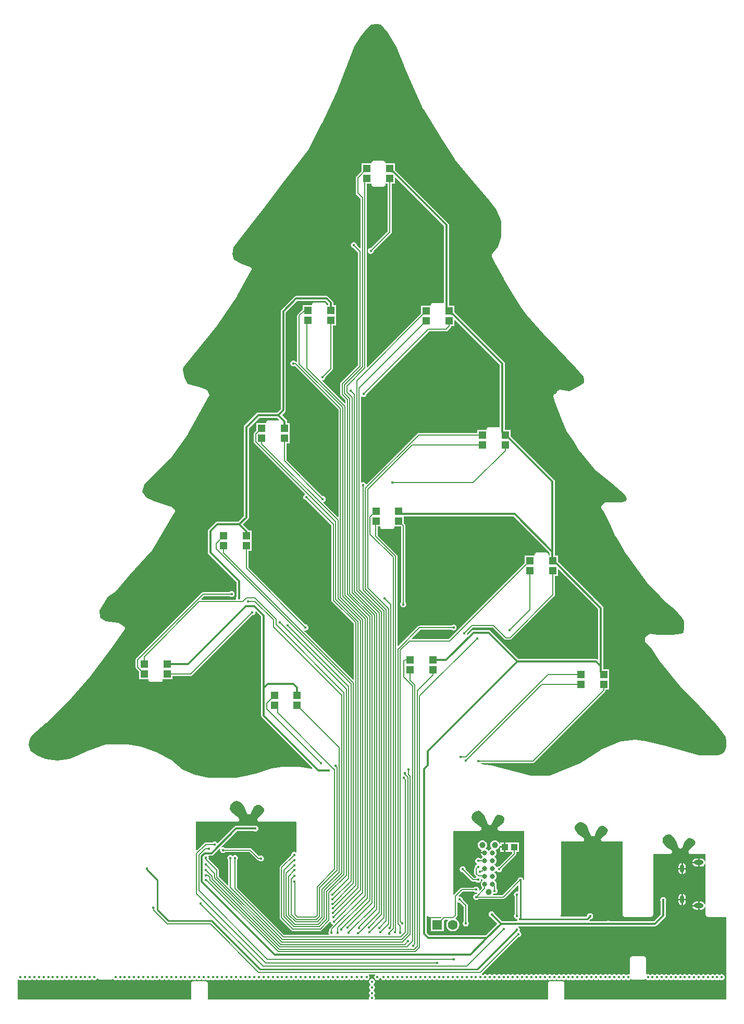
<source format=gbl>
G04*
G04 #@! TF.GenerationSoftware,Altium Limited,Altium NEXUS,2.1.9 (83)*
G04*
G04 Layer_Physical_Order=2*
G04 Layer_Color=16711680*
%FSLAX44Y44*%
%MOMM*%
G71*
G01*
G75*
%ADD11C,0.2540*%
%ADD13C,0.1270*%
%ADD14C,0.3000*%
%ADD36R,1.0000X1.0000*%
%ADD56C,1.0000*%
%ADD61C,1.6000*%
%ADD62R,1.6000X1.6000*%
%ADD63O,0.6500X1.3000*%
%ADD64O,1.5500X0.7750*%
%ADD65C,0.4500*%
%ADD66C,0.8000*%
%ADD67R,1.2000X1.2000*%
G36*
X1400881Y1492903D02*
Y1368322D01*
X1399611Y1367398D01*
X1399000Y1367519D01*
X1383000D01*
X1381619Y1367245D01*
X1380448Y1366462D01*
X1379665Y1365291D01*
X1379391Y1363910D01*
Y1363200D01*
X1363960D01*
Y1350698D01*
X1276910Y1263649D01*
X1275737Y1264135D01*
Y1561120D01*
X1282891D01*
Y1560410D01*
X1283165Y1559029D01*
X1283948Y1557858D01*
X1285119Y1557075D01*
X1286500Y1556801D01*
X1302500D01*
X1303881Y1557075D01*
X1305052Y1557858D01*
X1305835Y1559029D01*
X1306109Y1560410D01*
Y1561120D01*
X1309763D01*
Y1484501D01*
X1282255Y1456993D01*
X1282000Y1457044D01*
X1280131Y1456672D01*
X1278547Y1455613D01*
X1277488Y1454029D01*
X1277116Y1452160D01*
X1277488Y1450291D01*
X1278547Y1448707D01*
X1280131Y1447648D01*
X1282000Y1447276D01*
X1283869Y1447648D01*
X1285453Y1448707D01*
X1286512Y1450291D01*
X1286884Y1452160D01*
X1286833Y1452415D01*
X1315289Y1480871D01*
X1315991Y1481921D01*
X1316237Y1483160D01*
Y1561120D01*
X1321540D01*
Y1570585D01*
X1322713Y1571071D01*
X1400881Y1492903D01*
D02*
G37*
G36*
X1212881Y1366544D02*
Y1364200D01*
X1210109D01*
Y1364910D01*
X1209835Y1366291D01*
X1209052Y1367462D01*
X1207881Y1368245D01*
X1206500Y1368519D01*
X1190500D01*
X1189119Y1368245D01*
X1187948Y1367462D01*
X1187165Y1366291D01*
X1186891Y1364910D01*
Y1364200D01*
X1171460D01*
Y1357198D01*
X1163461Y1349199D01*
X1162759Y1348149D01*
X1162513Y1346910D01*
Y1273028D01*
X1161243Y1272349D01*
X1160791Y1272651D01*
X1159893Y1272829D01*
X1159703Y1273113D01*
X1158119Y1274172D01*
X1156250Y1274544D01*
X1154381Y1274172D01*
X1152797Y1273113D01*
X1151738Y1271529D01*
X1151366Y1269660D01*
X1151738Y1267791D01*
X1152797Y1266207D01*
X1154381Y1265148D01*
X1156250Y1264776D01*
X1158119Y1265148D01*
X1158938Y1265695D01*
X1229533Y1195101D01*
Y1020865D01*
X1228360Y1020379D01*
X1205048Y1043690D01*
X1205466Y1045068D01*
X1205869Y1045148D01*
X1207453Y1046207D01*
X1208512Y1047791D01*
X1208884Y1049660D01*
X1208512Y1051529D01*
X1207453Y1053113D01*
X1205869Y1054172D01*
X1204000Y1054544D01*
X1203745Y1054493D01*
X1145237Y1113001D01*
Y1140120D01*
X1150540D01*
Y1156120D01*
Y1173200D01*
X1146119D01*
Y1175500D01*
X1145806Y1177076D01*
X1144913Y1178413D01*
X1137477Y1185848D01*
X1142707Y1191078D01*
X1143600Y1192414D01*
X1143913Y1193991D01*
Y1352248D01*
X1162546Y1370881D01*
X1208544D01*
X1212881Y1366544D01*
D02*
G37*
G36*
X1298847Y1819426D02*
X1309247Y1806716D01*
X1324192Y1783053D01*
X1336769Y1751610D01*
X1336798Y1751564D01*
X1336810Y1751511D01*
X1349510Y1722301D01*
X1349525Y1722280D01*
X1349530Y1722254D01*
X1367310Y1682885D01*
X1367445Y1682696D01*
X1367526Y1682478D01*
X1398006Y1632948D01*
X1398028Y1632925D01*
X1398040Y1632894D01*
X1418360Y1601144D01*
X1418518Y1600980D01*
X1418627Y1600779D01*
X1444027Y1570299D01*
X1444047Y1570283D01*
X1444060Y1570261D01*
X1474463Y1534790D01*
X1485627Y1519905D01*
X1491717Y1507725D01*
X1493991Y1500904D01*
Y1474093D01*
X1489297Y1458837D01*
X1480914Y1449257D01*
X1480684Y1448858D01*
X1480402Y1448494D01*
X1479132Y1445954D01*
X1479064Y1445706D01*
X1478936Y1445481D01*
X1478879Y1445032D01*
X1478760Y1444596D01*
X1478792Y1444340D01*
X1478760Y1444084D01*
X1478879Y1443648D01*
X1478936Y1443199D01*
X1479064Y1442975D01*
X1479132Y1442726D01*
X1484212Y1432566D01*
X1484256Y1432509D01*
X1484277Y1432441D01*
X1498247Y1407041D01*
X1498292Y1406988D01*
X1498315Y1406923D01*
X1513555Y1381523D01*
X1513577Y1381498D01*
X1513589Y1381467D01*
X1526289Y1361147D01*
X1526355Y1361078D01*
X1526393Y1360990D01*
X1535283Y1348290D01*
X1535444Y1348136D01*
X1535557Y1347946D01*
X1569847Y1309845D01*
X1569904Y1309803D01*
X1569943Y1309743D01*
X1615566Y1262852D01*
X1627590Y1248423D01*
X1628611Y1243323D01*
Y1238825D01*
X1626039Y1236254D01*
X1621425Y1232793D01*
X1604963Y1224562D01*
X1589589Y1226927D01*
X1589580Y1226927D01*
X1589571Y1226930D01*
X1588876Y1226896D01*
X1588182Y1226866D01*
X1588174Y1226862D01*
X1588165Y1226862D01*
X1587533Y1226563D01*
X1586906Y1226271D01*
X1586899Y1226264D01*
X1586891Y1226260D01*
X1586423Y1225744D01*
X1585954Y1225232D01*
X1585951Y1225224D01*
X1585945Y1225217D01*
X1583186Y1220619D01*
X1582690D01*
X1582340Y1220550D01*
X1581982Y1220549D01*
X1581655Y1220414D01*
X1581309Y1220345D01*
X1581012Y1220146D01*
X1580682Y1220009D01*
X1580432Y1219759D01*
X1580138Y1219562D01*
X1579939Y1219265D01*
X1579687Y1219012D01*
X1579552Y1218685D01*
X1579355Y1218391D01*
X1579286Y1218041D01*
X1579149Y1217710D01*
X1579150Y1217357D01*
X1579081Y1217010D01*
X1579150Y1216660D01*
X1579151Y1216302D01*
X1580421Y1209952D01*
X1580533Y1209682D01*
X1580580Y1209393D01*
X1592010Y1178913D01*
X1592062Y1178829D01*
X1592083Y1178733D01*
X1600973Y1158413D01*
X1601212Y1158071D01*
X1601393Y1157694D01*
X1612697Y1142621D01*
X1621482Y1127561D01*
X1621672Y1127347D01*
X1621806Y1127094D01*
X1644666Y1099154D01*
X1644939Y1098931D01*
X1645161Y1098657D01*
X1674331Y1074560D01*
X1694329Y1057062D01*
X1697475Y1052868D01*
X1698245Y1049790D01*
X1696893Y1047087D01*
X1689899Y1044089D01*
X1663970D01*
X1662589Y1043815D01*
X1661418Y1043032D01*
X1657608Y1039222D01*
X1657459Y1038999D01*
X1657260Y1038819D01*
X1657071Y1038419D01*
X1656825Y1038051D01*
X1656773Y1037788D01*
X1656658Y1037545D01*
X1656637Y1037104D01*
X1656551Y1036670D01*
X1656603Y1036407D01*
X1656590Y1036139D01*
X1656739Y1035723D01*
X1656825Y1035289D01*
X1656974Y1035066D01*
X1657065Y1034813D01*
X1660804Y1028582D01*
X1670880Y1008430D01*
X1679749Y989424D01*
X1679889Y989233D01*
X1679975Y989012D01*
X1688827Y975101D01*
X1697682Y959921D01*
X1697794Y959796D01*
X1697863Y959642D01*
X1710563Y941862D01*
X1710574Y941851D01*
X1710581Y941837D01*
X1730901Y913897D01*
X1731110Y913704D01*
X1731268Y913468D01*
X1745182Y899553D01*
X1759099Y884371D01*
X1759285Y884235D01*
X1759429Y884055D01*
X1775758Y870237D01*
X1788059Y856707D01*
X1791171Y851520D01*
Y840045D01*
X1790193Y832220D01*
X1786308Y830667D01*
X1773026Y829459D01*
X1747990D01*
X1736759Y830707D01*
X1736112Y830652D01*
X1735464Y830616D01*
X1735412Y830592D01*
X1735356Y830587D01*
X1734780Y830288D01*
X1734194Y830007D01*
X1729114Y826198D01*
X1728942Y826005D01*
X1728728Y825862D01*
X1728476Y825486D01*
X1728174Y825149D01*
X1728089Y824906D01*
X1727945Y824691D01*
X1727857Y824247D01*
X1727707Y823820D01*
X1727721Y823563D01*
X1727671Y823310D01*
Y819500D01*
X1727788Y818912D01*
X1727870Y818317D01*
X1727924Y818224D01*
X1727945Y818119D01*
X1728279Y817620D01*
X1728582Y817102D01*
X1738576Y805859D01*
X1751137Y787018D01*
X1751267Y786888D01*
X1751354Y786725D01*
X1769118Y765155D01*
X1784342Y746125D01*
X1784469Y746018D01*
X1784558Y745878D01*
X1816305Y712862D01*
X1844051Y683854D01*
X1852783Y671380D01*
X1852796Y671368D01*
X1852803Y671352D01*
X1858667Y663142D01*
X1859751Y656641D01*
Y647286D01*
X1857666Y639989D01*
X1852718Y636031D01*
X1846264Y633879D01*
X1815594D01*
X1761460Y648987D01*
X1761393Y648992D01*
X1761332Y649020D01*
X1729582Y656640D01*
X1729431Y656646D01*
X1729289Y656697D01*
X1712779Y659237D01*
X1712293Y659216D01*
X1711808Y659255D01*
X1690218Y656715D01*
X1689733Y656557D01*
X1689234Y656454D01*
X1656214Y642484D01*
X1655945Y642302D01*
X1655645Y642181D01*
X1622926Y620788D01*
X1573105Y600859D01*
X1542494D01*
X1476885Y617262D01*
X1476698Y617271D01*
X1476520Y617333D01*
X1462045Y619401D01*
X1461509Y620760D01*
X1461841Y621173D01*
X1545500D01*
X1546739Y621419D01*
X1547789Y622121D01*
X1662789Y737121D01*
X1663491Y738171D01*
X1663737Y739410D01*
Y740120D01*
X1669040D01*
Y756120D01*
Y773200D01*
X1660119D01*
Y778500D01*
Y872610D01*
X1659806Y874186D01*
X1658913Y875522D01*
X1586540Y947895D01*
Y958200D01*
X1581369D01*
Y964000D01*
Y1077860D01*
X1581056Y1079436D01*
X1580163Y1080772D01*
X1509040Y1151895D01*
Y1162200D01*
X1500119D01*
Y1269110D01*
X1499806Y1270686D01*
X1498913Y1272022D01*
X1418040Y1352895D01*
Y1363200D01*
X1409119D01*
Y1494610D01*
X1408806Y1496186D01*
X1407913Y1497522D01*
X1321540Y1583895D01*
Y1594200D01*
X1306109D01*
Y1594910D01*
X1305835Y1596291D01*
X1305052Y1597462D01*
X1303881Y1598245D01*
X1302500Y1598519D01*
X1286500D01*
X1285119Y1598245D01*
X1283948Y1597462D01*
X1283165Y1596291D01*
X1282891Y1594910D01*
Y1594200D01*
X1267460D01*
Y1581698D01*
X1258961Y1573199D01*
X1258259Y1572149D01*
X1258013Y1570910D01*
Y1545910D01*
X1258259Y1544671D01*
X1258961Y1543621D01*
X1265453Y1537129D01*
Y1456945D01*
X1264279Y1456459D01*
X1259333Y1461405D01*
X1259384Y1461660D01*
X1259012Y1463529D01*
X1257953Y1465113D01*
X1256369Y1466172D01*
X1254500Y1466544D01*
X1252631Y1466172D01*
X1251047Y1465113D01*
X1249988Y1463529D01*
X1249616Y1461660D01*
X1249988Y1459791D01*
X1251047Y1458207D01*
X1252631Y1457148D01*
X1254500Y1456776D01*
X1254755Y1456827D01*
X1261643Y1449939D01*
Y1266907D01*
X1233341Y1238605D01*
X1232639Y1237555D01*
X1232393Y1236316D01*
Y1219754D01*
X1232639Y1218515D01*
X1233341Y1217465D01*
X1240963Y1209843D01*
Y1205263D01*
X1239790Y1204777D01*
X1203483Y1241083D01*
X1203989Y1242373D01*
X1205369Y1242648D01*
X1206953Y1243707D01*
X1208012Y1245291D01*
X1208384Y1247160D01*
X1208333Y1247415D01*
X1219289Y1258371D01*
X1219991Y1259421D01*
X1220237Y1260660D01*
Y1331120D01*
X1225540D01*
Y1347120D01*
Y1364200D01*
X1221119D01*
Y1368250D01*
X1220806Y1369826D01*
X1219913Y1371163D01*
X1213163Y1377913D01*
X1211826Y1378806D01*
X1210250Y1379119D01*
X1160840D01*
X1159264Y1378806D01*
X1157927Y1377913D01*
X1136882Y1356867D01*
X1135989Y1355531D01*
X1135675Y1353954D01*
Y1195697D01*
X1129946Y1189967D01*
X1099438D01*
X1097862Y1189654D01*
X1096526Y1188761D01*
X1077087Y1169323D01*
X1076194Y1167986D01*
X1075881Y1166410D01*
Y1021616D01*
X1066794Y1012529D01*
X1032250D01*
X1030674Y1012216D01*
X1029337Y1011323D01*
X1018587Y1000573D01*
X1017694Y999236D01*
X1017381Y997660D01*
Y962910D01*
X1017694Y961334D01*
X1018587Y959997D01*
X1063881Y914704D01*
Y891117D01*
X1063488Y890529D01*
X1063116Y888660D01*
X1063363Y887417D01*
X1062507Y886147D01*
X1007086D01*
X1006600Y887321D01*
X1011453Y892173D01*
X1052402D01*
X1052547Y891957D01*
X1054131Y890898D01*
X1056000Y890526D01*
X1057869Y890898D01*
X1059453Y891957D01*
X1060512Y893541D01*
X1060884Y895410D01*
X1060512Y897279D01*
X1059453Y898863D01*
X1057869Y899922D01*
X1056000Y900294D01*
X1054131Y899922D01*
X1052547Y898863D01*
X1052402Y898647D01*
X1010112D01*
X1008873Y898401D01*
X1007823Y897699D01*
X900961Y790837D01*
X900259Y789787D01*
X900013Y788548D01*
Y776410D01*
X900259Y775171D01*
X900961Y774121D01*
X905460Y769622D01*
Y757120D01*
X920891D01*
Y756410D01*
X921165Y755029D01*
X921948Y753858D01*
X923119Y753075D01*
X924500Y752801D01*
X940500D01*
X941881Y753075D01*
X943052Y753858D01*
X943835Y755029D01*
X944109Y756410D01*
Y757120D01*
X959540D01*
Y762423D01*
X989500D01*
X990739Y762669D01*
X991789Y763371D01*
X1089495Y861077D01*
X1089750Y861026D01*
X1091619Y861398D01*
X1093203Y862457D01*
X1094262Y864041D01*
X1094634Y865910D01*
X1094573Y866216D01*
X1095743Y866841D01*
X1103881Y858704D01*
Y846160D01*
X1103956Y845783D01*
Y742575D01*
Y698085D01*
X1104269Y696509D01*
X1105162Y695172D01*
X1187633Y612702D01*
X1187057Y611570D01*
X1166693Y614785D01*
X1166409Y614774D01*
X1166130Y614829D01*
X1138190D01*
X1137918Y614775D01*
X1137641Y614787D01*
X1121131Y612247D01*
X1120813Y612132D01*
X1120479Y612084D01*
X1099094Y604536D01*
X1076516Y599519D01*
X1062934Y597049D01*
X1017936D01*
X995805Y601967D01*
X976300Y610501D01*
X958929Y625390D01*
X958580Y625587D01*
X958269Y625840D01*
X936679Y637270D01*
X936438Y637342D01*
X936224Y637472D01*
X908283Y647632D01*
X907990Y647677D01*
X907715Y647787D01*
X887395Y651598D01*
X887059Y651594D01*
X886730Y651659D01*
X852440D01*
X851826Y651537D01*
X851207Y651442D01*
X823267Y641282D01*
X823136Y641203D01*
X822988Y641167D01*
X806539Y633576D01*
X791815Y627441D01*
X772430Y625017D01*
X753103Y627433D01*
X739899Y633435D01*
X729794Y640172D01*
X726576Y650898D01*
X727675Y659689D01*
X730875Y666089D01*
X754435Y685929D01*
X754512Y686025D01*
X754615Y686092D01*
X790175Y720382D01*
X790264Y720509D01*
X790386Y720603D01*
X825946Y761243D01*
X826011Y761356D01*
X826108Y761442D01*
X861668Y808432D01*
X861700Y808498D01*
X861753Y808549D01*
X882073Y837759D01*
X882087Y837792D01*
X882113Y837818D01*
X882368Y838436D01*
X882636Y839050D01*
X882637Y839086D01*
X882651Y839120D01*
X882650Y839789D01*
X882663Y840458D01*
X882649Y840491D01*
X882649Y840528D01*
X882392Y841146D01*
X882148Y841769D01*
X882123Y841795D01*
X882109Y841828D01*
X881636Y842301D01*
X881171Y842783D01*
X881138Y842797D01*
X881112Y842823D01*
X873492Y847903D01*
X873360Y847958D01*
X873251Y848050D01*
X872713Y848225D01*
X872190Y848441D01*
X872048Y848441D01*
X871912Y848485D01*
X851182Y850923D01*
X841922Y857096D01*
X840901Y869345D01*
X855066Y890593D01*
X867210Y899093D01*
X867524Y899421D01*
X867880Y899701D01*
X890710Y926335D01*
X926238Y965671D01*
X926424Y965982D01*
X926666Y966252D01*
X963496Y1028482D01*
X963665Y1028964D01*
X963886Y1029424D01*
X963897Y1029623D01*
X963963Y1029810D01*
X963935Y1030320D01*
X963963Y1030831D01*
X963897Y1031018D01*
X963886Y1031217D01*
X963665Y1031677D01*
X963496Y1032159D01*
X963363Y1032307D01*
X963277Y1032486D01*
X962897Y1032827D01*
X962556Y1033207D01*
X957476Y1037018D01*
X956932Y1037278D01*
X956404Y1037570D01*
X928732Y1046374D01*
X917141Y1052170D01*
X910939Y1061474D01*
X914112Y1074167D01*
X956554Y1115360D01*
X956742Y1115633D01*
X956983Y1115861D01*
X984923Y1155231D01*
X985002Y1155406D01*
X985126Y1155551D01*
X1019416Y1216510D01*
X1019523Y1216839D01*
X1019694Y1217139D01*
X1019740Y1217502D01*
X1019854Y1217849D01*
X1019827Y1218193D01*
X1019870Y1218536D01*
X1019774Y1218888D01*
X1019746Y1219253D01*
X1019589Y1219561D01*
X1019498Y1219894D01*
X1016958Y1224974D01*
X1016556Y1225493D01*
X1016168Y1226022D01*
X1016125Y1226048D01*
X1016095Y1226087D01*
X1015525Y1226412D01*
X1014964Y1226752D01*
X1000993Y1231832D01*
X1000866Y1231852D01*
X1000752Y1231910D01*
X984409Y1236580D01*
X979074Y1246182D01*
X976764Y1258888D01*
X977725Y1263688D01*
X1031773Y1330306D01*
X1031842Y1330438D01*
X1031949Y1330542D01*
X1064969Y1378802D01*
X1065041Y1378971D01*
X1065159Y1379112D01*
X1088019Y1421022D01*
X1088100Y1421283D01*
X1088242Y1421517D01*
X1088308Y1421949D01*
X1088439Y1422366D01*
X1088414Y1422638D01*
X1088456Y1422908D01*
X1088352Y1423333D01*
X1088313Y1423768D01*
X1088186Y1424011D01*
X1088121Y1424276D01*
X1087862Y1424629D01*
X1087659Y1425016D01*
X1087449Y1425191D01*
X1087288Y1425412D01*
X1086914Y1425638D01*
X1086578Y1425919D01*
X1086317Y1426000D01*
X1086084Y1426142D01*
X1072369Y1431129D01*
X1059885Y1437939D01*
X1056827Y1447112D01*
X1059019Y1458069D01*
X1081363Y1487862D01*
X1109278Y1523390D01*
X1109292Y1523418D01*
X1109315Y1523439D01*
X1137246Y1560256D01*
X1180416Y1616123D01*
X1180563Y1616419D01*
X1180769Y1616677D01*
X1202359Y1658587D01*
X1202375Y1658644D01*
X1202410Y1658691D01*
X1226540Y1709491D01*
X1226572Y1709619D01*
X1226643Y1709729D01*
X1255735Y1784356D01*
X1265607Y1800399D01*
X1275416Y1812660D01*
X1283225Y1819353D01*
X1291828Y1820429D01*
X1298847Y1819426D01*
D02*
G37*
G36*
X1491881Y1267403D02*
Y1167322D01*
X1490611Y1166398D01*
X1490000Y1166519D01*
X1474000D01*
X1472619Y1166245D01*
X1471448Y1165462D01*
X1470665Y1164291D01*
X1470391Y1162910D01*
Y1162200D01*
X1454960D01*
Y1156897D01*
X1360000D01*
X1358761Y1156651D01*
X1357711Y1155949D01*
X1275472Y1073710D01*
X1274055Y1074089D01*
X1273203Y1075363D01*
X1271619Y1076422D01*
X1269750Y1076794D01*
X1267881Y1076422D01*
X1267607Y1076239D01*
X1266487Y1076838D01*
Y1215303D01*
X1267757Y1215982D01*
X1268631Y1215398D01*
X1270500Y1215026D01*
X1272369Y1215398D01*
X1273953Y1216457D01*
X1275012Y1218041D01*
X1275384Y1219910D01*
X1275333Y1220165D01*
X1377091Y1321923D01*
X1404500D01*
X1405739Y1322169D01*
X1406789Y1322871D01*
X1411789Y1327871D01*
X1412491Y1328921D01*
X1412729Y1330120D01*
X1418040D01*
Y1339585D01*
X1419213Y1340071D01*
X1491881Y1267403D01*
D02*
G37*
G36*
X1133296Y1178379D02*
X1132573Y1177306D01*
X1131500Y1177519D01*
X1115500D01*
X1114119Y1177245D01*
X1112948Y1176462D01*
X1112165Y1175291D01*
X1111891Y1173910D01*
Y1173200D01*
X1096460D01*
Y1160698D01*
X1092961Y1157199D01*
X1092259Y1156149D01*
X1092013Y1154910D01*
Y1142684D01*
X1092259Y1141445D01*
X1092961Y1140395D01*
X1175052Y1058303D01*
X1174785Y1056774D01*
X1173797Y1056113D01*
X1172738Y1054529D01*
X1172366Y1052660D01*
X1172738Y1050791D01*
X1173797Y1049207D01*
X1175381Y1048148D01*
X1177250Y1047776D01*
X1177297Y1047785D01*
X1218103Y1006979D01*
Y885386D01*
X1218349Y884147D01*
X1219051Y883097D01*
X1254448Y847700D01*
Y756700D01*
X1253275Y756214D01*
X1174136Y835352D01*
X1174762Y836523D01*
X1176000Y836276D01*
X1177869Y836648D01*
X1179453Y837707D01*
X1180512Y839291D01*
X1180884Y841160D01*
X1180512Y843029D01*
X1179453Y844613D01*
X1177869Y845672D01*
X1176000Y846044D01*
X1175745Y845993D01*
X1083237Y938501D01*
Y965120D01*
X1088540D01*
Y981120D01*
Y998200D01*
X1083662D01*
X1083556Y998736D01*
X1082663Y1000073D01*
X1074325Y1008410D01*
X1082913Y1016997D01*
X1083806Y1018334D01*
X1084119Y1019910D01*
Y1164704D01*
X1101144Y1181729D01*
X1129946D01*
X1133296Y1178379D01*
D02*
G37*
G36*
X1573131Y962294D02*
Y958200D01*
X1571109D01*
Y958910D01*
X1570835Y960291D01*
X1570052Y961462D01*
X1568881Y962245D01*
X1567500Y962519D01*
X1551500D01*
X1550119Y962245D01*
X1548948Y961462D01*
X1548165Y960291D01*
X1547891Y958910D01*
Y958200D01*
X1532460D01*
Y945698D01*
X1408909Y822147D01*
X1348837D01*
X1348351Y823321D01*
X1362703Y837673D01*
X1413152D01*
X1413297Y837457D01*
X1414881Y836398D01*
X1416750Y836026D01*
X1418619Y836398D01*
X1420203Y837457D01*
X1421262Y839041D01*
X1421634Y840910D01*
X1421262Y842779D01*
X1420203Y844363D01*
X1418619Y845422D01*
X1416750Y845794D01*
X1414881Y845422D01*
X1413297Y844363D01*
X1413152Y844147D01*
X1361362D01*
X1360123Y843901D01*
X1359073Y843199D01*
X1326866Y810992D01*
X1325692Y811478D01*
Y956705D01*
X1325446Y957944D01*
X1324744Y958994D01*
X1293487Y990251D01*
Y1005120D01*
X1297391D01*
Y1004410D01*
X1297665Y1003029D01*
X1298448Y1001858D01*
X1299619Y1001075D01*
X1301000Y1000801D01*
X1317000D01*
X1318381Y1001075D01*
X1319552Y1001858D01*
X1320335Y1003029D01*
X1320609Y1004410D01*
Y1005120D01*
X1331462D01*
X1331763Y1004819D01*
Y882258D01*
X1331547Y882113D01*
X1330488Y880529D01*
X1330116Y878660D01*
X1330488Y876791D01*
X1331547Y875207D01*
X1333131Y874148D01*
X1335000Y873776D01*
X1336869Y874148D01*
X1338453Y875207D01*
X1339512Y876791D01*
X1339884Y878660D01*
X1339512Y880529D01*
X1338453Y882113D01*
X1338237Y882258D01*
Y1006160D01*
X1337991Y1007399D01*
X1337289Y1008449D01*
X1336040Y1009698D01*
Y1021041D01*
X1514384D01*
X1573131Y962294D01*
D02*
G37*
G36*
X1651881Y870904D02*
Y790097D01*
X1650611Y789419D01*
X1650166Y789716D01*
X1648590Y790029D01*
X1522206D01*
X1476413Y835823D01*
X1475076Y836716D01*
X1473500Y837029D01*
X1449000D01*
X1447424Y836716D01*
X1446087Y835823D01*
X1439253Y828989D01*
X1438262Y829791D01*
X1438634Y831660D01*
X1438583Y831915D01*
X1447841Y841173D01*
X1480159D01*
X1499211Y822121D01*
X1500261Y821419D01*
X1501500Y821173D01*
X1508250D01*
X1509489Y821419D01*
X1510539Y822121D01*
X1580289Y891871D01*
X1580991Y892921D01*
X1581237Y894160D01*
Y925120D01*
X1586540D01*
Y934585D01*
X1587713Y935071D01*
X1651881Y870904D01*
D02*
G37*
G36*
X1460376Y542770D02*
X1463131Y540015D01*
X1465231Y537682D01*
X1466640Y535870D01*
X1468926Y530841D01*
X1472142Y522677D01*
X1472143Y522675D01*
X1472143Y522673D01*
X1472525Y522081D01*
X1472904Y521493D01*
X1472906Y521491D01*
X1472907Y521489D01*
X1473484Y521090D01*
X1474061Y520690D01*
X1474063Y520690D01*
X1474065Y520688D01*
X1474753Y520540D01*
X1475437Y520391D01*
X1475439Y520392D01*
X1475441Y520391D01*
X1476138Y520518D01*
X1476823Y520642D01*
X1476825Y520643D01*
X1476827Y520643D01*
X1477426Y521030D01*
X1478007Y521404D01*
X1478009Y521405D01*
X1478011Y521407D01*
X1478413Y521989D01*
X1478810Y522561D01*
X1478810Y522563D01*
X1478812Y522565D01*
X1481945Y529795D01*
X1483966Y532939D01*
X1485703Y535256D01*
X1488570Y536942D01*
X1491801Y537112D01*
X1493999Y536435D01*
X1496355Y534986D01*
X1498354Y532588D01*
X1499293Y531179D01*
X1499543Y529430D01*
X1497895Y525221D01*
X1494045Y521156D01*
X1489481Y517467D01*
X1489358Y517319D01*
X1489198Y517212D01*
X1488911Y516782D01*
X1488580Y516385D01*
X1488522Y516201D01*
X1488415Y516041D01*
X1488315Y515534D01*
X1488161Y515040D01*
X1488178Y514849D01*
X1488141Y514660D01*
X1488242Y514153D01*
X1488289Y513638D01*
X1488378Y513467D01*
X1488415Y513279D01*
X1488703Y512849D01*
X1488943Y512391D01*
X1489091Y512268D01*
X1489198Y512108D01*
X1489628Y511820D01*
X1490025Y511489D01*
X1490209Y511432D01*
X1490369Y511325D01*
X1490876Y511225D01*
X1491370Y511071D01*
X1491561Y511088D01*
X1491750Y511051D01*
X1531391D01*
Y431472D01*
X1530121Y431347D01*
X1529834Y432790D01*
X1528775Y434375D01*
X1527190Y435434D01*
X1525321Y435805D01*
X1523452Y435434D01*
X1521868Y434375D01*
X1520809Y432790D01*
X1520501Y431239D01*
X1496084Y406822D01*
X1481258D01*
X1480612Y408016D01*
X1481071Y408978D01*
X1481631Y409148D01*
X1483500Y408776D01*
X1485369Y409148D01*
X1486953Y410207D01*
X1488012Y411791D01*
X1488384Y413660D01*
X1488012Y415529D01*
X1486953Y417113D01*
X1486737Y417258D01*
Y420960D01*
X1486491Y422199D01*
X1486276Y422521D01*
X1486372Y422753D01*
X1486596Y424460D01*
X1486372Y426167D01*
X1485713Y427758D01*
X1484664Y429124D01*
X1483383Y430108D01*
X1483293Y430789D01*
Y430830D01*
X1483383Y431512D01*
X1484664Y432496D01*
X1485713Y433862D01*
X1486372Y435453D01*
X1486596Y437160D01*
X1486372Y438867D01*
X1485713Y440458D01*
X1484664Y441824D01*
X1483383Y442808D01*
X1483293Y443489D01*
Y443531D01*
X1483383Y444212D01*
X1484664Y445196D01*
X1485125Y445796D01*
X1486687Y445745D01*
X1487047Y445207D01*
X1488631Y444148D01*
X1490500Y443776D01*
X1492369Y444148D01*
X1493953Y445207D01*
X1495012Y446791D01*
X1495384Y448660D01*
X1495333Y448915D01*
X1517289Y470871D01*
X1517991Y471921D01*
X1518237Y473160D01*
Y477120D01*
X1522540D01*
Y492200D01*
X1501270D01*
Y484660D01*
Y477120D01*
X1511763D01*
Y474501D01*
X1490755Y453493D01*
X1490500Y453544D01*
X1488631Y453172D01*
X1487417Y452361D01*
X1486189Y452548D01*
X1485906Y452692D01*
X1485713Y453158D01*
X1484664Y454524D01*
X1483383Y455508D01*
X1483293Y456189D01*
Y456231D01*
X1483383Y456912D01*
X1484664Y457896D01*
X1485713Y459262D01*
X1486372Y460853D01*
X1486596Y462560D01*
X1486372Y464267D01*
X1485713Y465858D01*
X1484664Y467224D01*
X1483383Y468208D01*
X1483293Y468890D01*
Y468931D01*
X1483383Y469612D01*
X1484664Y470596D01*
X1485713Y471962D01*
X1486372Y473553D01*
X1486596Y475260D01*
X1486372Y476967D01*
X1485713Y478558D01*
X1485178Y479255D01*
X1485739Y480610D01*
X1485768Y480614D01*
X1487603Y481374D01*
X1489178Y482582D01*
X1490386Y484157D01*
X1491146Y485992D01*
X1491190Y486326D01*
X1492460Y486243D01*
Y485930D01*
X1498730D01*
Y492200D01*
X1492460D01*
Y489677D01*
X1491190Y489594D01*
X1491146Y489928D01*
X1490386Y491763D01*
X1489178Y493338D01*
X1487603Y494546D01*
X1485768Y495306D01*
X1483800Y495565D01*
X1481832Y495306D01*
X1479998Y494546D01*
X1478422Y493338D01*
X1477214Y491763D01*
X1476454Y489928D01*
X1476195Y487960D01*
X1476454Y485992D01*
X1477214Y484157D01*
X1478180Y482898D01*
X1478207Y482602D01*
X1478039Y481846D01*
X1477827Y481439D01*
X1476702Y480973D01*
X1475336Y479924D01*
X1474352Y478643D01*
X1473671Y478553D01*
X1473629D01*
X1472948Y478643D01*
X1471964Y479924D01*
X1470598Y480973D01*
X1469473Y481439D01*
X1469261Y481846D01*
X1469093Y482602D01*
X1469120Y482898D01*
X1470086Y484157D01*
X1470846Y485992D01*
X1471105Y487960D01*
X1470846Y489928D01*
X1470086Y491763D01*
X1468878Y493338D01*
X1467303Y494546D01*
X1465468Y495306D01*
X1463500Y495565D01*
X1461532Y495306D01*
X1459698Y494546D01*
X1458122Y493338D01*
X1456914Y491763D01*
X1456154Y489928D01*
X1455895Y487960D01*
X1456154Y485992D01*
X1456914Y484157D01*
X1458122Y482582D01*
X1459698Y481374D01*
X1461532Y480614D01*
X1461561Y480610D01*
X1462122Y479255D01*
X1461587Y478558D01*
X1460928Y476967D01*
X1460871Y476530D01*
X1467300D01*
Y473990D01*
X1460871D01*
X1460928Y473553D01*
X1461587Y471962D01*
X1462636Y470596D01*
X1463917Y469612D01*
X1464007Y468931D01*
Y468890D01*
X1463917Y468208D01*
X1462636Y467224D01*
X1461587Y465858D01*
X1461583Y465847D01*
X1460131D01*
X1459953Y466113D01*
X1458369Y467172D01*
X1456500Y467544D01*
X1454631Y467172D01*
X1453047Y466113D01*
X1451988Y464529D01*
X1451616Y462660D01*
X1451988Y460791D01*
X1453047Y459207D01*
X1454305Y458366D01*
X1454377Y458104D01*
Y457216D01*
X1454305Y456954D01*
X1453047Y456113D01*
X1451988Y454529D01*
X1451616Y452660D01*
X1451667Y452405D01*
X1451211Y451949D01*
X1450509Y450899D01*
X1450263Y449660D01*
Y441660D01*
X1450509Y440421D01*
X1451211Y439371D01*
X1453791Y436791D01*
X1453666Y435527D01*
X1453047Y435113D01*
X1452902Y434897D01*
X1449841D01*
X1436333Y448405D01*
X1436384Y448660D01*
X1436012Y450529D01*
X1434953Y452113D01*
X1433369Y453172D01*
X1431500Y453544D01*
X1429631Y453172D01*
X1428047Y452113D01*
X1426988Y450529D01*
X1426616Y448660D01*
X1426988Y446791D01*
X1428047Y445207D01*
X1429631Y444148D01*
X1431500Y443776D01*
X1431755Y443827D01*
X1446211Y429371D01*
X1447261Y428669D01*
X1448500Y428423D01*
X1452902D01*
X1453047Y428207D01*
X1454631Y427148D01*
X1456500Y426776D01*
X1458369Y427148D01*
X1459953Y428207D01*
X1461012Y429791D01*
X1461384Y431660D01*
X1461282Y432174D01*
X1462469Y432712D01*
X1462636Y432496D01*
X1463917Y431512D01*
X1464007Y430830D01*
Y430789D01*
X1463917Y430108D01*
X1462636Y429124D01*
X1461587Y427758D01*
X1460928Y426167D01*
X1460704Y424460D01*
X1460928Y422753D01*
X1461587Y421162D01*
X1462636Y419796D01*
X1462990Y419524D01*
X1463100Y417838D01*
X1459370Y414108D01*
X1458200Y414734D01*
X1458384Y415660D01*
X1458012Y417529D01*
X1456953Y419113D01*
X1455369Y420172D01*
X1453500Y420544D01*
X1451631Y420172D01*
X1450047Y419113D01*
X1449902Y418897D01*
X1430500D01*
X1429261Y418651D01*
X1428211Y417949D01*
X1417379Y407117D01*
X1416700Y407245D01*
X1416109Y407586D01*
Y511051D01*
X1458500D01*
X1458824Y511115D01*
X1459153Y511110D01*
X1459508Y511251D01*
X1459881Y511325D01*
X1460156Y511509D01*
X1460462Y511631D01*
X1460735Y511896D01*
X1461052Y512108D01*
X1461236Y512382D01*
X1461472Y512612D01*
X1461623Y512962D01*
X1461835Y513279D01*
X1461899Y513602D01*
X1462030Y513905D01*
X1462035Y514286D01*
X1462109Y514660D01*
X1462045Y514984D01*
X1462050Y515313D01*
X1461909Y515668D01*
X1461835Y516041D01*
X1461651Y516316D01*
X1461529Y516622D01*
X1461264Y516895D01*
X1461052Y517212D01*
X1460778Y517396D01*
X1460548Y517632D01*
X1453069Y522785D01*
X1449434Y526421D01*
X1446839Y529615D01*
X1446151Y532708D01*
X1446537Y536374D01*
X1447576Y538972D01*
X1449299Y540695D01*
X1451669Y542275D01*
X1454282Y543280D01*
X1456648Y543787D01*
X1460376Y542770D01*
D02*
G37*
G36*
X1068724Y558289D02*
X1071082Y557564D01*
X1072597Y556048D01*
X1074604Y552481D01*
X1074742Y552319D01*
X1074831Y552127D01*
X1076577Y549726D01*
X1078163Y545876D01*
X1078167Y545869D01*
X1078168Y545862D01*
X1080668Y539862D01*
X1081015Y539345D01*
X1081338Y538812D01*
X1081406Y538763D01*
X1081453Y538693D01*
X1081972Y538348D01*
X1082474Y537979D01*
X1082555Y537959D01*
X1082626Y537912D01*
X1083236Y537792D01*
X1083841Y537644D01*
X1083925Y537657D01*
X1084007Y537641D01*
X1084618Y537763D01*
X1085234Y537858D01*
X1085306Y537902D01*
X1085388Y537918D01*
X1085905Y538265D01*
X1086438Y538588D01*
X1086488Y538656D01*
X1086557Y538703D01*
X1086902Y539222D01*
X1087271Y539724D01*
X1088921Y543261D01*
X1090545Y545812D01*
X1090631Y546033D01*
X1090771Y546224D01*
X1092286Y549470D01*
X1094210Y551570D01*
X1096492Y552711D01*
X1100951Y553082D01*
X1104532Y551650D01*
X1107510Y548870D01*
X1108514Y547435D01*
X1108851Y544408D01*
X1108534Y542826D01*
X1107411Y540204D01*
X1104176Y536538D01*
X1099074Y531906D01*
X1099021Y531835D01*
X1098948Y531786D01*
X1098604Y531271D01*
X1098236Y530774D01*
X1098214Y530688D01*
X1098165Y530615D01*
X1098045Y530008D01*
X1097895Y529408D01*
X1097908Y529320D01*
X1097891Y529234D01*
X1098011Y528627D01*
X1098103Y528015D01*
X1098148Y527939D01*
X1098166Y527852D01*
X1098509Y527338D01*
X1098828Y526808D01*
X1098899Y526755D01*
X1098948Y526681D01*
X1099462Y526338D01*
X1099960Y525970D01*
X1100045Y525948D01*
X1100119Y525899D01*
X1100726Y525778D01*
X1101326Y525629D01*
X1101413Y525642D01*
X1101500Y525624D01*
X1160492Y525626D01*
X1161390Y524728D01*
X1161391Y477093D01*
X1160270Y476494D01*
X1159869Y476762D01*
X1158000Y477134D01*
X1156131Y476762D01*
X1154547Y475703D01*
X1153488Y474119D01*
X1153116Y472250D01*
X1153167Y471995D01*
X1134781Y453609D01*
X1134079Y452559D01*
X1133833Y451320D01*
Y370085D01*
X1134079Y368846D01*
X1134781Y367796D01*
X1153091Y349486D01*
X1154141Y348784D01*
X1155380Y348538D01*
X1199880D01*
X1201119Y348784D01*
X1202169Y349486D01*
X1215908Y363225D01*
X1217286Y362807D01*
X1217488Y361791D01*
X1218547Y360207D01*
X1219868Y359324D01*
X1220265Y357925D01*
X1215961Y353621D01*
X1215259Y352571D01*
X1215013Y351332D01*
Y349258D01*
X1214797Y349113D01*
X1213738Y347529D01*
X1213366Y345660D01*
X1213738Y343791D01*
X1214105Y343242D01*
X1213426Y341972D01*
X1141386D01*
X1064487Y418871D01*
Y463402D01*
X1064703Y463547D01*
X1065762Y465131D01*
X1066134Y467000D01*
X1065762Y468869D01*
X1064703Y470453D01*
X1063119Y471512D01*
X1061250Y471884D01*
X1059381Y471512D01*
X1057797Y470453D01*
X1057453D01*
X1055869Y471512D01*
X1054000Y471884D01*
X1052131Y471512D01*
X1050547Y470453D01*
X1049488Y468869D01*
X1049116Y467000D01*
X1049488Y465131D01*
X1050547Y463547D01*
X1050763Y463402D01*
Y423478D01*
X1049589Y422992D01*
X1035417Y437165D01*
Y447070D01*
X1035171Y448309D01*
X1034469Y449359D01*
X1018257Y465572D01*
X1018312Y465654D01*
X1018683Y467523D01*
X1018318Y469361D01*
X1018278Y469590D01*
X1019009Y470631D01*
X1023250D01*
X1024826Y470944D01*
X1026163Y471837D01*
X1036344Y482018D01*
X1037425Y481304D01*
X1037116Y479750D01*
X1037488Y477881D01*
X1038547Y476297D01*
X1040131Y475238D01*
X1042000Y474866D01*
X1043869Y475238D01*
X1045453Y476297D01*
X1045598Y476513D01*
X1084909D01*
X1097461Y463961D01*
X1098511Y463259D01*
X1099750Y463013D01*
X1100152D01*
X1100297Y462797D01*
X1101881Y461738D01*
X1103750Y461366D01*
X1105619Y461738D01*
X1107203Y462797D01*
X1108262Y464381D01*
X1108634Y466250D01*
X1108262Y468119D01*
X1107203Y469703D01*
X1105619Y470762D01*
X1103750Y471134D01*
X1101881Y470762D01*
X1100643Y469935D01*
X1088539Y482039D01*
X1087489Y482741D01*
X1086250Y482987D01*
X1045598D01*
X1045453Y483203D01*
X1043869Y484262D01*
X1042000Y484634D01*
X1040446Y484325D01*
X1039732Y485406D01*
X1064956Y510631D01*
X1092293D01*
X1092881Y510238D01*
X1094750Y509866D01*
X1096619Y510238D01*
X1098203Y511297D01*
X1099262Y512881D01*
X1099634Y514750D01*
X1099262Y516619D01*
X1098203Y518203D01*
X1096619Y519262D01*
X1094750Y519634D01*
X1092881Y519262D01*
X1092293Y518869D01*
X1063250D01*
X1061674Y518556D01*
X1060337Y517663D01*
X1033890Y491215D01*
X1032356Y491477D01*
X1031703Y492453D01*
X1030119Y493512D01*
X1028250Y493884D01*
X1026381Y493512D01*
X1024797Y492453D01*
X1024652Y492237D01*
X1013605D01*
X1012366Y491991D01*
X1011316Y491289D01*
X999463Y479436D01*
X998289Y479922D01*
Y525621D01*
X1065000Y525623D01*
X1065487Y525720D01*
X1065981Y525759D01*
X1066172Y525856D01*
X1066381Y525898D01*
X1066794Y526174D01*
X1067236Y526399D01*
X1067374Y526562D01*
X1067552Y526680D01*
X1067828Y527093D01*
X1068150Y527470D01*
X1068216Y527674D01*
X1068335Y527851D01*
X1068431Y528338D01*
X1068585Y528810D01*
X1068568Y529023D01*
X1068609Y529233D01*
X1068513Y529719D01*
X1068474Y530214D01*
X1068376Y530404D01*
X1068335Y530614D01*
X1068059Y531026D01*
X1067834Y531468D01*
X1066834Y532736D01*
X1066769Y532791D01*
X1066727Y532865D01*
X1066235Y533246D01*
X1065762Y533650D01*
X1065682Y533676D01*
X1065614Y533728D01*
X1063138Y534966D01*
X1060802Y537302D01*
X1060539Y537478D01*
X1060320Y537707D01*
X1058138Y539234D01*
X1055680Y541897D01*
X1054117Y544633D01*
X1053393Y547346D01*
X1053578Y549930D01*
X1054186Y552362D01*
X1055091Y554535D01*
X1056845Y556464D01*
X1059129Y557918D01*
X1061419Y559253D01*
X1064204Y559581D01*
X1068724Y558289D01*
D02*
G37*
G36*
X1627450Y524651D02*
X1629629Y523017D01*
X1632695Y519950D01*
X1634729Y516900D01*
X1636576Y511359D01*
X1636651Y511227D01*
X1636682Y511078D01*
X1639682Y504078D01*
X1639849Y503836D01*
X1639955Y503562D01*
X1640243Y503261D01*
X1640479Y502917D01*
X1640725Y502757D01*
X1640928Y502545D01*
X1641310Y502376D01*
X1641660Y502149D01*
X1641948Y502095D01*
X1642217Y501977D01*
X1642634Y501967D01*
X1643044Y501891D01*
X1643331Y501952D01*
X1643625Y501945D01*
X1644014Y502096D01*
X1644422Y502183D01*
X1644664Y502349D01*
X1644938Y502455D01*
X1645239Y502743D01*
X1645583Y502979D01*
X1645743Y503225D01*
X1645956Y503428D01*
X1646124Y503810D01*
X1646351Y504160D01*
X1646405Y504448D01*
X1646523Y504717D01*
X1646965Y506705D01*
X1647999Y509393D01*
X1649810Y512336D01*
X1651397Y514830D01*
X1652831Y516468D01*
X1654786Y518246D01*
X1658628Y519294D01*
X1660881Y518843D01*
X1662867Y517579D01*
X1665319Y515536D01*
X1666472Y513889D01*
X1667240Y511431D01*
X1666862Y510044D01*
X1665034Y506388D01*
X1661886Y503240D01*
X1657599Y500058D01*
X1657420Y499860D01*
X1657198Y499712D01*
X1656951Y499343D01*
X1656653Y499015D01*
X1656564Y498763D01*
X1656415Y498541D01*
X1656329Y498106D01*
X1656180Y497688D01*
X1656193Y497422D01*
X1656141Y497160D01*
X1656227Y496725D01*
X1656249Y496282D01*
X1656363Y496041D01*
X1656415Y495779D01*
X1656662Y495410D01*
X1656852Y495009D01*
X1657050Y494830D01*
X1657198Y494608D01*
X1657567Y494361D01*
X1657896Y494063D01*
X1658147Y493974D01*
X1658369Y493825D01*
X1658804Y493739D01*
X1659222Y493590D01*
X1659488Y493603D01*
X1659750Y493551D01*
X1691391D01*
Y375000D01*
X1691665Y373619D01*
X1692448Y372448D01*
X1693619Y371665D01*
X1695000Y371391D01*
X1737500D01*
X1738881Y371665D01*
X1740052Y372448D01*
X1740835Y373619D01*
X1741109Y375000D01*
Y473551D01*
X1768250D01*
X1768734Y473647D01*
X1769225Y473685D01*
X1769418Y473783D01*
X1769631Y473825D01*
X1770041Y474099D01*
X1770481Y474323D01*
X1770622Y474487D01*
X1770802Y474608D01*
X1771076Y475018D01*
X1771397Y475392D01*
X1771464Y475598D01*
X1771585Y475779D01*
X1771681Y476262D01*
X1771834Y476731D01*
X1771817Y476947D01*
X1771859Y477160D01*
X1771763Y477644D01*
X1771725Y478135D01*
X1771627Y478329D01*
X1771585Y478541D01*
X1771311Y478951D01*
X1771087Y479391D01*
X1770923Y479532D01*
X1770802Y479712D01*
X1770392Y479986D01*
X1770018Y480307D01*
X1764892Y483187D01*
X1761755Y486099D01*
X1758805Y489049D01*
X1756899Y491908D01*
X1756137Y495720D01*
X1756315Y498030D01*
X1756971Y499998D01*
X1758444Y501839D01*
X1760924Y504320D01*
X1763874Y505242D01*
X1766861Y505802D01*
X1769244Y505166D01*
X1772140Y503236D01*
X1774551Y500623D01*
X1778228Y493959D01*
X1781893Y484675D01*
X1781897Y484668D01*
X1781899Y484660D01*
X1782279Y484076D01*
X1782655Y483491D01*
X1782662Y483486D01*
X1782667Y483479D01*
X1783241Y483085D01*
X1783813Y482689D01*
X1783821Y482687D01*
X1783828Y482682D01*
X1784509Y482538D01*
X1785190Y482391D01*
X1785198Y482393D01*
X1785206Y482391D01*
X1785890Y482518D01*
X1786575Y482643D01*
X1786582Y482647D01*
X1786591Y482649D01*
X1787173Y483027D01*
X1787759Y483405D01*
X1787764Y483412D01*
X1787771Y483417D01*
X1788164Y483990D01*
X1788561Y484563D01*
X1788563Y484571D01*
X1788568Y484578D01*
X1791504Y491431D01*
X1793050Y494301D01*
X1795476Y497536D01*
X1797667Y498884D01*
X1799567Y499359D01*
X1801932Y499190D01*
X1804781Y498050D01*
X1807248Y496342D01*
X1809164Y493904D01*
X1809520Y492360D01*
X1808684Y489516D01*
X1806887Y486721D01*
X1803998Y483610D01*
X1799657Y479906D01*
X1799568Y479792D01*
X1799448Y479712D01*
X1799134Y479243D01*
X1798785Y478800D01*
X1798746Y478661D01*
X1798665Y478541D01*
X1798555Y477988D01*
X1798402Y477445D01*
X1798419Y477301D01*
X1798391Y477160D01*
X1798501Y476607D01*
X1798567Y476046D01*
X1798637Y475920D01*
X1798665Y475779D01*
X1798979Y475310D01*
X1799254Y474817D01*
X1799368Y474728D01*
X1799448Y474608D01*
X1799917Y474294D01*
X1800360Y473945D01*
X1800499Y473906D01*
X1800619Y473825D01*
X1801172Y473715D01*
X1801715Y473562D01*
X1801859Y473579D01*
X1802000Y473551D01*
X1826391D01*
Y461268D01*
X1825121Y461143D01*
X1824918Y462163D01*
X1823500Y464285D01*
X1821378Y465703D01*
X1818875Y466201D01*
X1816270D01*
Y459660D01*
Y453119D01*
X1818875D01*
X1821378Y453617D01*
X1823500Y455035D01*
X1824918Y457157D01*
X1825121Y458177D01*
X1826391Y458052D01*
Y391268D01*
X1825121Y391143D01*
X1824918Y392163D01*
X1823500Y394285D01*
X1821378Y395703D01*
X1818875Y396201D01*
X1816270D01*
Y389660D01*
Y383119D01*
X1818875D01*
X1821378Y383617D01*
X1823500Y385035D01*
X1824918Y387157D01*
X1825121Y388177D01*
X1826391Y388052D01*
Y375000D01*
X1826665Y373619D01*
X1827448Y372448D01*
X1828619Y371665D01*
X1830000Y371391D01*
X1859751D01*
Y237109D01*
X1596609D01*
Y263750D01*
X1596335Y265131D01*
X1595552Y266302D01*
X1594381Y267085D01*
X1593000Y267359D01*
X1573500D01*
X1572119Y267085D01*
X1570948Y266302D01*
X1570165Y265131D01*
X1569891Y263750D01*
Y237109D01*
X1289575D01*
X1288661Y238379D01*
X1288884Y239500D01*
X1288512Y241369D01*
X1287538Y242826D01*
X1287399Y243269D01*
Y243981D01*
X1287538Y244424D01*
X1288512Y245881D01*
X1288884Y247750D01*
X1288512Y249619D01*
X1287453Y251203D01*
X1286837Y251615D01*
Y252885D01*
X1287453Y253297D01*
X1288512Y254881D01*
X1288884Y256750D01*
X1288512Y258619D01*
X1287453Y260203D01*
X1286656Y260736D01*
Y262264D01*
X1287453Y262797D01*
X1288512Y264381D01*
X1288884Y266250D01*
X1288512Y268119D01*
X1287453Y269703D01*
X1285869Y270762D01*
X1284000Y271134D01*
X1282131Y270762D01*
X1280547Y269703D01*
X1279488Y268119D01*
X1279116Y266250D01*
X1279488Y264381D01*
X1280547Y262797D01*
X1281344Y262264D01*
Y260736D01*
X1280547Y260203D01*
X1279488Y258619D01*
X1279116Y256750D01*
X1279488Y254881D01*
X1280547Y253297D01*
X1281163Y252885D01*
Y251615D01*
X1280547Y251203D01*
X1279488Y249619D01*
X1279116Y247750D01*
X1279488Y245881D01*
X1280461Y244424D01*
X1280601Y243981D01*
Y243269D01*
X1280461Y242826D01*
X1279488Y241369D01*
X1279116Y239500D01*
X1279339Y238379D01*
X1278425Y237109D01*
X1017109D01*
Y263750D01*
X1016835Y265131D01*
X1016052Y266302D01*
X1014881Y267085D01*
X1013500Y267359D01*
X994000D01*
X992619Y267085D01*
X991448Y266302D01*
X990665Y265131D01*
X990391Y263750D01*
Y237109D01*
X709277D01*
X708382Y238011D01*
X708603Y269348D01*
X709876Y269827D01*
X711131Y268988D01*
X713000Y268616D01*
X714869Y268988D01*
X715807Y269615D01*
X716750Y269943D01*
X717692Y269615D01*
X718631Y268988D01*
X720500Y268616D01*
X722369Y268988D01*
X723307Y269615D01*
X724250Y269943D01*
X725192Y269615D01*
X726131Y268988D01*
X728000Y268616D01*
X729869Y268988D01*
X730807Y269615D01*
X731750Y269943D01*
X732692Y269615D01*
X733631Y268988D01*
X735500Y268616D01*
X737369Y268988D01*
X738307Y269615D01*
X739250Y269943D01*
X740192Y269615D01*
X741131Y268988D01*
X743000Y268616D01*
X744869Y268988D01*
X745807Y269615D01*
X746750Y269943D01*
X747692Y269615D01*
X748631Y268988D01*
X750500Y268616D01*
X752369Y268988D01*
X753307Y269615D01*
X754250Y269943D01*
X755192Y269615D01*
X756131Y268988D01*
X758000Y268616D01*
X759869Y268988D01*
X760807Y269615D01*
X761750Y269943D01*
X762692Y269615D01*
X763631Y268988D01*
X765500Y268616D01*
X767369Y268988D01*
X768307Y269615D01*
X769250Y269943D01*
X770192Y269615D01*
X771131Y268988D01*
X773000Y268616D01*
X774869Y268988D01*
X775807Y269615D01*
X776750Y269943D01*
X777692Y269615D01*
X778631Y268988D01*
X780500Y268616D01*
X782369Y268988D01*
X783307Y269615D01*
X784250Y269943D01*
X785192Y269615D01*
X786131Y268988D01*
X788000Y268616D01*
X789869Y268988D01*
X790807Y269615D01*
X791750Y269943D01*
X792692Y269615D01*
X793631Y268988D01*
X795500Y268616D01*
X797369Y268988D01*
X798307Y269615D01*
X799250Y269943D01*
X800192Y269615D01*
X801131Y268988D01*
X803000Y268616D01*
X804869Y268988D01*
X805807Y269615D01*
X806750Y269943D01*
X807692Y269615D01*
X808631Y268988D01*
X810500Y268616D01*
X812369Y268988D01*
X813307Y269615D01*
X814250Y269943D01*
X815192Y269615D01*
X816131Y268988D01*
X818000Y268616D01*
X819869Y268988D01*
X820808Y269615D01*
X821750Y269943D01*
X822692Y269615D01*
X823631Y268988D01*
X825500Y268616D01*
X827369Y268988D01*
X828953Y270047D01*
X829547D01*
X831131Y268988D01*
X833000Y268616D01*
X834869Y268988D01*
X836453Y270047D01*
X836988Y270847D01*
X838448Y270948D01*
X839619Y270165D01*
X841000Y269891D01*
X860500D01*
X861881Y270165D01*
X862055Y270281D01*
X862695Y270695D01*
X863717Y270147D01*
X863797Y270047D01*
X865381Y268988D01*
X867250Y268616D01*
X869119Y268988D01*
X870703Y270047D01*
X871297D01*
X872881Y268988D01*
X874750Y268616D01*
X876619Y268988D01*
X878203Y270047D01*
X878797D01*
X880381Y268988D01*
X882250Y268616D01*
X884119Y268988D01*
X885703Y270047D01*
X886297D01*
X887881Y268988D01*
X889750Y268616D01*
X891619Y268988D01*
X892558Y269615D01*
X893500Y269943D01*
X894443Y269615D01*
X895381Y268988D01*
X897250Y268616D01*
X899119Y268988D01*
X900058Y269615D01*
X901000Y269943D01*
X901943Y269615D01*
X902881Y268988D01*
X904750Y268616D01*
X906619Y268988D01*
X908203Y270047D01*
X908797D01*
X910381Y268988D01*
X912250Y268616D01*
X914119Y268988D01*
X915703Y270047D01*
X916297D01*
X917881Y268988D01*
X919750Y268616D01*
X921619Y268988D01*
X923203Y270047D01*
X923797D01*
X925381Y268988D01*
X927250Y268616D01*
X929119Y268988D01*
X930703Y270047D01*
X931297D01*
X932881Y268988D01*
X934750Y268616D01*
X936619Y268988D01*
X938203Y270047D01*
X938240Y270101D01*
X939510D01*
X939547Y270047D01*
X941131Y268988D01*
X943000Y268616D01*
X944869Y268988D01*
X945807Y269615D01*
X946750Y269943D01*
X947692Y269615D01*
X948631Y268988D01*
X950500Y268616D01*
X952369Y268988D01*
X953307Y269615D01*
X954250Y269943D01*
X955192Y269615D01*
X956131Y268988D01*
X958000Y268616D01*
X959869Y268988D01*
X960807Y269615D01*
X961750Y269943D01*
X962692Y269615D01*
X963631Y268988D01*
X965500Y268616D01*
X967369Y268988D01*
X968953Y270047D01*
X969547D01*
X971131Y268988D01*
X973000Y268616D01*
X974869Y268988D01*
X975807Y269615D01*
X976750Y269943D01*
X977692Y269615D01*
X978631Y268988D01*
X980500Y268616D01*
X982369Y268988D01*
X983307Y269615D01*
X984250Y269943D01*
X985192Y269615D01*
X986131Y268988D01*
X988000Y268616D01*
X989869Y268988D01*
X990807Y269615D01*
X991750Y269943D01*
X992692Y269615D01*
X993631Y268988D01*
X995500Y268616D01*
X997369Y268988D01*
X998953Y270047D01*
X999547D01*
X1001131Y268988D01*
X1003000Y268616D01*
X1004869Y268988D01*
X1005807Y269615D01*
X1006750Y269943D01*
X1007692Y269615D01*
X1008631Y268988D01*
X1010500Y268616D01*
X1012369Y268988D01*
X1013307Y269615D01*
X1014250Y269943D01*
X1015192Y269615D01*
X1016131Y268988D01*
X1018000Y268616D01*
X1019869Y268988D01*
X1020807Y269615D01*
X1021750Y269943D01*
X1022692Y269615D01*
X1023631Y268988D01*
X1025500Y268616D01*
X1027369Y268988D01*
X1028307Y269615D01*
X1029250Y269943D01*
X1030192Y269615D01*
X1031131Y268988D01*
X1033000Y268616D01*
X1034869Y268988D01*
X1035807Y269615D01*
X1036750Y269943D01*
X1037692Y269615D01*
X1038631Y268988D01*
X1040500Y268616D01*
X1042369Y268988D01*
X1043307Y269615D01*
X1044250Y269943D01*
X1045192Y269615D01*
X1046131Y268988D01*
X1048000Y268616D01*
X1049869Y268988D01*
X1050808Y269615D01*
X1051750Y269943D01*
X1052692Y269615D01*
X1053631Y268988D01*
X1055500Y268616D01*
X1057369Y268988D01*
X1058953Y270047D01*
X1059547D01*
X1061131Y268988D01*
X1063000Y268616D01*
X1064869Y268988D01*
X1066453Y270047D01*
X1067047D01*
X1068631Y268988D01*
X1070500Y268616D01*
X1072369Y268988D01*
X1073307Y269615D01*
X1074250Y269943D01*
X1075192Y269615D01*
X1076131Y268988D01*
X1078000Y268616D01*
X1079869Y268988D01*
X1080807Y269615D01*
X1081750Y269943D01*
X1082692Y269615D01*
X1083631Y268988D01*
X1085500Y268616D01*
X1087369Y268988D01*
X1088307Y269615D01*
X1089250Y269943D01*
X1090192Y269615D01*
X1091131Y268988D01*
X1093000Y268616D01*
X1094869Y268988D01*
X1095807Y269615D01*
X1096750Y269943D01*
X1097692Y269615D01*
X1098631Y268988D01*
X1100500Y268616D01*
X1102369Y268988D01*
X1103307Y269615D01*
X1104250Y269943D01*
X1105192Y269615D01*
X1106131Y268988D01*
X1108000Y268616D01*
X1109869Y268988D01*
X1110807Y269615D01*
X1111750Y269943D01*
X1112692Y269615D01*
X1113631Y268988D01*
X1115500Y268616D01*
X1117369Y268988D01*
X1118307Y269615D01*
X1119250Y269943D01*
X1120192Y269615D01*
X1121131Y268988D01*
X1123000Y268616D01*
X1124869Y268988D01*
X1125807Y269615D01*
X1126750Y269943D01*
X1127692Y269615D01*
X1128631Y268988D01*
X1130500Y268616D01*
X1132369Y268988D01*
X1133307Y269615D01*
X1134250Y269943D01*
X1135192Y269615D01*
X1136131Y268988D01*
X1138000Y268616D01*
X1139869Y268988D01*
X1140807Y269615D01*
X1141750Y269943D01*
X1142692Y269615D01*
X1143631Y268988D01*
X1145500Y268616D01*
X1147369Y268988D01*
X1148307Y269615D01*
X1149250Y269943D01*
X1150192Y269615D01*
X1151131Y268988D01*
X1153000Y268616D01*
X1154869Y268988D01*
X1155807Y269615D01*
X1156750Y269943D01*
X1157692Y269615D01*
X1158631Y268988D01*
X1160500Y268616D01*
X1162369Y268988D01*
X1163307Y269615D01*
X1164250Y269943D01*
X1165192Y269615D01*
X1166131Y268988D01*
X1168000Y268616D01*
X1169869Y268988D01*
X1170807Y269615D01*
X1171750Y269943D01*
X1172692Y269615D01*
X1173631Y268988D01*
X1175500Y268616D01*
X1177369Y268988D01*
X1178307Y269615D01*
X1179250Y269943D01*
X1180192Y269615D01*
X1181131Y268988D01*
X1183000Y268616D01*
X1184869Y268988D01*
X1185807Y269615D01*
X1186750Y269943D01*
X1187692Y269615D01*
X1188631Y268988D01*
X1190500Y268616D01*
X1192369Y268988D01*
X1193307Y269615D01*
X1194250Y269943D01*
X1195192Y269615D01*
X1196131Y268988D01*
X1198000Y268616D01*
X1199869Y268988D01*
X1200807Y269615D01*
X1201750Y269943D01*
X1202692Y269615D01*
X1203631Y268988D01*
X1205500Y268616D01*
X1207369Y268988D01*
X1208307Y269615D01*
X1209250Y269943D01*
X1210192Y269615D01*
X1211131Y268988D01*
X1213000Y268616D01*
X1214869Y268988D01*
X1216453Y270047D01*
X1217047D01*
X1218631Y268988D01*
X1220500Y268616D01*
X1222369Y268988D01*
X1223953Y270047D01*
X1224547D01*
X1226131Y268988D01*
X1228000Y268616D01*
X1229869Y268988D01*
X1230807Y269615D01*
X1231750Y269943D01*
X1232692Y269615D01*
X1233631Y268988D01*
X1235500Y268616D01*
X1237369Y268988D01*
X1238307Y269615D01*
X1239250Y269943D01*
X1240192Y269615D01*
X1241131Y268988D01*
X1243000Y268616D01*
X1244869Y268988D01*
X1246453Y270047D01*
X1246615Y270289D01*
X1247885D01*
X1248047Y270047D01*
X1249631Y268988D01*
X1251500Y268616D01*
X1253369Y268988D01*
X1254953Y270047D01*
X1256047D01*
X1257631Y268988D01*
X1259500Y268616D01*
X1261369Y268988D01*
X1262953Y270047D01*
X1264047D01*
X1265631Y268988D01*
X1267500Y268616D01*
X1269369Y268988D01*
X1270953Y270047D01*
X1271797D01*
X1273381Y268988D01*
X1275250Y268616D01*
X1277119Y268988D01*
X1278703Y270047D01*
X1279762Y271631D01*
X1280134Y273500D01*
X1279762Y275369D01*
X1278703Y276953D01*
X1278525Y277073D01*
X1278910Y278343D01*
X1288840D01*
X1289225Y277073D01*
X1289047Y276953D01*
X1287988Y275369D01*
X1287616Y273500D01*
X1287988Y271631D01*
X1289047Y270047D01*
X1290631Y268988D01*
X1292500Y268616D01*
X1294369Y268988D01*
X1295953Y270047D01*
X1297012Y271631D01*
X1297103Y272086D01*
X1298398D01*
X1298488Y271631D01*
X1299547Y270047D01*
X1301131Y268988D01*
X1303000Y268616D01*
X1304869Y268988D01*
X1306453Y270047D01*
X1307047D01*
X1308631Y268988D01*
X1310500Y268616D01*
X1312369Y268988D01*
X1313953Y270047D01*
X1314547D01*
X1316131Y268988D01*
X1318000Y268616D01*
X1319869Y268988D01*
X1321453Y270047D01*
X1322047D01*
X1323631Y268988D01*
X1325500Y268616D01*
X1327369Y268988D01*
X1328307Y269615D01*
X1329250Y269943D01*
X1330193Y269615D01*
X1331131Y268988D01*
X1333000Y268616D01*
X1334869Y268988D01*
X1335807Y269615D01*
X1336750Y269943D01*
X1337693Y269615D01*
X1338631Y268988D01*
X1340500Y268616D01*
X1342369Y268988D01*
X1343307Y269615D01*
X1344250Y269943D01*
X1345193Y269615D01*
X1346131Y268988D01*
X1348000Y268616D01*
X1349869Y268988D01*
X1350807Y269615D01*
X1351750Y269943D01*
X1352693Y269615D01*
X1353631Y268988D01*
X1355500Y268616D01*
X1357369Y268988D01*
X1358307Y269615D01*
X1359250Y269943D01*
X1360193Y269615D01*
X1361131Y268988D01*
X1363000Y268616D01*
X1364869Y268988D01*
X1365807Y269615D01*
X1366750Y269943D01*
X1367693Y269615D01*
X1368631Y268988D01*
X1370500Y268616D01*
X1372369Y268988D01*
X1373307Y269615D01*
X1374250Y269943D01*
X1375193Y269615D01*
X1376131Y268988D01*
X1378000Y268616D01*
X1379869Y268988D01*
X1381453Y270047D01*
X1382047D01*
X1383631Y268988D01*
X1385500Y268616D01*
X1387369Y268988D01*
X1388953Y270047D01*
X1389547D01*
X1391131Y268988D01*
X1393000Y268616D01*
X1394869Y268988D01*
X1396453Y270047D01*
X1397047D01*
X1398631Y268988D01*
X1400500Y268616D01*
X1402369Y268988D01*
X1403307Y269615D01*
X1404250Y269943D01*
X1405193Y269615D01*
X1406131Y268988D01*
X1408000Y268616D01*
X1409869Y268988D01*
X1410807Y269615D01*
X1411750Y269943D01*
X1412693Y269615D01*
X1413631Y268988D01*
X1415500Y268616D01*
X1417369Y268988D01*
X1418307Y269615D01*
X1419250Y269943D01*
X1420193Y269615D01*
X1421131Y268988D01*
X1423000Y268616D01*
X1424869Y268988D01*
X1425807Y269615D01*
X1426750Y269943D01*
X1427693Y269615D01*
X1428631Y268988D01*
X1430500Y268616D01*
X1432369Y268988D01*
X1433307Y269615D01*
X1434250Y269943D01*
X1435193Y269615D01*
X1436131Y268988D01*
X1438000Y268616D01*
X1439869Y268988D01*
X1441453Y270047D01*
X1442047D01*
X1443631Y268988D01*
X1445500Y268616D01*
X1447369Y268988D01*
X1448953Y270047D01*
X1449547D01*
X1451131Y268988D01*
X1453000Y268616D01*
X1454869Y268988D01*
X1455807Y269615D01*
X1456750Y269943D01*
X1457693Y269615D01*
X1458631Y268988D01*
X1460500Y268616D01*
X1462369Y268988D01*
X1463307Y269615D01*
X1464250Y269943D01*
X1465193Y269615D01*
X1466131Y268988D01*
X1468000Y268616D01*
X1469869Y268988D01*
X1471453Y270047D01*
X1472047D01*
X1473631Y268988D01*
X1475500Y268616D01*
X1477369Y268988D01*
X1478953Y270047D01*
X1479547D01*
X1481131Y268988D01*
X1483000Y268616D01*
X1484869Y268988D01*
X1486453Y270047D01*
X1487047D01*
X1488631Y268988D01*
X1490500Y268616D01*
X1492369Y268988D01*
X1493953Y270047D01*
X1494547D01*
X1496131Y268988D01*
X1498000Y268616D01*
X1499869Y268988D01*
X1500807Y269615D01*
X1501750Y269943D01*
X1502693Y269615D01*
X1503631Y268988D01*
X1505500Y268616D01*
X1507369Y268988D01*
X1508953Y270047D01*
X1509547D01*
X1511131Y268988D01*
X1513000Y268616D01*
X1514869Y268988D01*
X1515807Y269615D01*
X1516750Y269943D01*
X1517693Y269615D01*
X1518631Y268988D01*
X1520500Y268616D01*
X1522369Y268988D01*
X1523953Y270047D01*
X1524547D01*
X1526131Y268988D01*
X1528000Y268616D01*
X1529869Y268988D01*
X1530807Y269615D01*
X1531750Y269943D01*
X1532693Y269615D01*
X1533631Y268988D01*
X1535500Y268616D01*
X1537369Y268988D01*
X1538307Y269615D01*
X1539250Y269943D01*
X1540193Y269615D01*
X1541131Y268988D01*
X1543000Y268616D01*
X1544869Y268988D01*
X1545807Y269615D01*
X1546750Y269943D01*
X1547693Y269615D01*
X1548631Y268988D01*
X1550500Y268616D01*
X1552369Y268988D01*
X1553307Y269615D01*
X1554250Y269943D01*
X1555193Y269615D01*
X1556131Y268988D01*
X1558000Y268616D01*
X1559869Y268988D01*
X1560807Y269615D01*
X1561750Y269943D01*
X1562693Y269615D01*
X1563631Y268988D01*
X1565500Y268616D01*
X1567369Y268988D01*
X1568953Y270047D01*
X1569547D01*
X1571131Y268988D01*
X1573000Y268616D01*
X1574869Y268988D01*
X1575807Y269615D01*
X1576750Y269943D01*
X1577693Y269615D01*
X1578631Y268988D01*
X1580500Y268616D01*
X1582369Y268988D01*
X1583307Y269615D01*
X1584250Y269943D01*
X1585193Y269615D01*
X1586131Y268988D01*
X1588000Y268616D01*
X1589869Y268988D01*
X1590807Y269615D01*
X1591750Y269943D01*
X1592693Y269615D01*
X1593631Y268988D01*
X1595500Y268616D01*
X1597369Y268988D01*
X1598953Y270047D01*
X1599547D01*
X1601131Y268988D01*
X1603000Y268616D01*
X1604869Y268988D01*
X1605807Y269615D01*
X1606750Y269943D01*
X1607693Y269615D01*
X1608631Y268988D01*
X1610500Y268616D01*
X1612369Y268988D01*
X1613307Y269615D01*
X1614250Y269943D01*
X1615193Y269615D01*
X1616131Y268988D01*
X1618000Y268616D01*
X1619869Y268988D01*
X1620807Y269615D01*
X1621750Y269943D01*
X1622693Y269615D01*
X1623631Y268988D01*
X1625500Y268616D01*
X1627369Y268988D01*
X1628307Y269615D01*
X1629250Y269943D01*
X1630193Y269615D01*
X1631131Y268988D01*
X1633000Y268616D01*
X1634869Y268988D01*
X1636453Y270047D01*
X1637047D01*
X1638631Y268988D01*
X1640500Y268616D01*
X1642369Y268988D01*
X1643953Y270047D01*
X1644547D01*
X1646131Y268988D01*
X1648000Y268616D01*
X1649869Y268988D01*
X1651453Y270047D01*
X1652047D01*
X1653631Y268988D01*
X1655500Y268616D01*
X1657369Y268988D01*
X1658307Y269615D01*
X1659250Y269943D01*
X1660193Y269615D01*
X1661131Y268988D01*
X1663000Y268616D01*
X1664869Y268988D01*
X1665807Y269615D01*
X1666750Y269943D01*
X1667693Y269615D01*
X1668631Y268988D01*
X1670500Y268616D01*
X1672369Y268988D01*
X1673953Y270047D01*
X1674547D01*
X1676131Y268988D01*
X1678000Y268616D01*
X1679869Y268988D01*
X1681453Y270047D01*
X1682047D01*
X1683631Y268988D01*
X1685500Y268616D01*
X1687369Y268988D01*
X1688953Y270047D01*
X1689547D01*
X1691131Y268988D01*
X1693000Y268616D01*
X1694869Y268988D01*
X1696453Y270047D01*
X1697047D01*
X1698631Y268988D01*
X1700500Y268616D01*
X1702369Y268988D01*
X1703953Y270047D01*
X1704445Y270783D01*
X1705369Y270165D01*
X1706750Y269891D01*
X1726250D01*
X1727631Y270165D01*
X1728555Y270783D01*
X1729047Y270047D01*
X1730631Y268988D01*
X1732500Y268616D01*
X1734369Y268988D01*
X1735307Y269615D01*
X1736250Y269943D01*
X1737193Y269615D01*
X1738131Y268988D01*
X1740000Y268616D01*
X1741869Y268988D01*
X1742807Y269615D01*
X1743750Y269943D01*
X1744693Y269615D01*
X1745631Y268988D01*
X1747500Y268616D01*
X1749369Y268988D01*
X1750953Y270047D01*
X1751547D01*
X1753131Y268988D01*
X1755000Y268616D01*
X1756869Y268988D01*
X1757807Y269615D01*
X1758750Y269943D01*
X1759693Y269615D01*
X1760631Y268988D01*
X1762500Y268616D01*
X1764369Y268988D01*
X1765307Y269615D01*
X1766250Y269943D01*
X1767193Y269615D01*
X1768131Y268988D01*
X1770000Y268616D01*
X1771869Y268988D01*
X1772807Y269615D01*
X1773750Y269943D01*
X1774693Y269615D01*
X1775631Y268988D01*
X1777500Y268616D01*
X1779369Y268988D01*
X1780307Y269615D01*
X1781250Y269943D01*
X1782193Y269615D01*
X1783131Y268988D01*
X1785000Y268616D01*
X1786869Y268988D01*
X1787807Y269615D01*
X1788750Y269943D01*
X1789693Y269615D01*
X1790631Y268988D01*
X1792500Y268616D01*
X1794369Y268988D01*
X1795307Y269615D01*
X1796250Y269943D01*
X1797193Y269615D01*
X1798131Y268988D01*
X1800000Y268616D01*
X1801869Y268988D01*
X1802807Y269615D01*
X1803750Y269943D01*
X1804693Y269615D01*
X1805631Y268988D01*
X1807500Y268616D01*
X1809369Y268988D01*
X1810307Y269615D01*
X1811250Y269943D01*
X1812193Y269615D01*
X1813131Y268988D01*
X1815000Y268616D01*
X1816869Y268988D01*
X1817807Y269615D01*
X1818750Y269943D01*
X1819693Y269615D01*
X1820631Y268988D01*
X1822500Y268616D01*
X1824369Y268988D01*
X1825307Y269615D01*
X1826250Y269943D01*
X1827193Y269615D01*
X1828131Y268988D01*
X1830000Y268616D01*
X1831869Y268988D01*
X1832807Y269615D01*
X1833750Y269943D01*
X1834693Y269615D01*
X1835631Y268988D01*
X1837500Y268616D01*
X1839369Y268988D01*
X1840307Y269615D01*
X1841250Y269943D01*
X1842193Y269615D01*
X1843131Y268988D01*
X1845000Y268616D01*
X1846869Y268988D01*
X1847807Y269615D01*
X1848750Y269943D01*
X1849693Y269615D01*
X1850631Y268988D01*
X1852500Y268616D01*
X1854369Y268988D01*
X1855953Y270047D01*
X1857012Y271631D01*
X1857384Y273500D01*
X1857012Y275369D01*
X1855953Y276953D01*
X1854369Y278012D01*
X1852500Y278384D01*
X1850631Y278012D01*
X1849693Y277385D01*
X1848750Y277057D01*
X1847807Y277385D01*
X1846869Y278012D01*
X1845000Y278384D01*
X1843131Y278012D01*
X1842193Y277385D01*
X1841250Y277057D01*
X1840307Y277385D01*
X1839369Y278012D01*
X1837500Y278384D01*
X1835631Y278012D01*
X1834693Y277385D01*
X1833750Y277057D01*
X1832807Y277385D01*
X1831869Y278012D01*
X1830000Y278384D01*
X1828131Y278012D01*
X1827193Y277385D01*
X1826250Y277057D01*
X1825307Y277385D01*
X1824369Y278012D01*
X1822500Y278384D01*
X1820631Y278012D01*
X1819693Y277385D01*
X1818750Y277057D01*
X1817807Y277385D01*
X1816869Y278012D01*
X1815000Y278384D01*
X1813131Y278012D01*
X1812193Y277385D01*
X1811250Y277057D01*
X1810307Y277385D01*
X1809369Y278012D01*
X1807500Y278384D01*
X1805631Y278012D01*
X1804693Y277385D01*
X1803750Y277057D01*
X1802807Y277385D01*
X1801869Y278012D01*
X1800000Y278384D01*
X1798131Y278012D01*
X1797193Y277385D01*
X1796250Y277057D01*
X1795307Y277385D01*
X1794369Y278012D01*
X1792500Y278384D01*
X1790631Y278012D01*
X1789693Y277385D01*
X1788750Y277057D01*
X1787807Y277385D01*
X1786869Y278012D01*
X1785000Y278384D01*
X1783131Y278012D01*
X1782193Y277385D01*
X1781250Y277057D01*
X1780307Y277385D01*
X1779369Y278012D01*
X1777500Y278384D01*
X1775631Y278012D01*
X1774693Y277385D01*
X1773750Y277057D01*
X1772807Y277385D01*
X1771869Y278012D01*
X1770000Y278384D01*
X1768131Y278012D01*
X1767193Y277385D01*
X1766250Y277057D01*
X1765307Y277385D01*
X1764369Y278012D01*
X1762500Y278384D01*
X1760631Y278012D01*
X1759047Y276953D01*
X1758453D01*
X1756869Y278012D01*
X1755000Y278384D01*
X1753131Y278012D01*
X1751547Y276953D01*
X1750953D01*
X1749369Y278012D01*
X1747500Y278384D01*
X1745631Y278012D01*
X1744693Y277385D01*
X1743750Y277057D01*
X1742807Y277385D01*
X1741869Y278012D01*
X1740000Y278384D01*
X1738131Y278012D01*
X1737193Y277385D01*
X1736250Y277057D01*
X1735307Y277385D01*
X1734369Y278012D01*
X1732500Y278384D01*
X1731129Y278111D01*
X1729859Y278908D01*
Y303750D01*
X1729585Y305131D01*
X1728802Y306302D01*
X1727631Y307085D01*
X1726250Y307359D01*
X1706750D01*
X1705369Y307085D01*
X1704198Y306302D01*
X1703415Y305131D01*
X1703141Y303750D01*
Y278908D01*
X1701871Y278111D01*
X1700500Y278384D01*
X1698631Y278012D01*
X1697047Y276953D01*
X1696453D01*
X1694869Y278012D01*
X1693000Y278384D01*
X1691131Y278012D01*
X1689547Y276953D01*
X1688953D01*
X1687369Y278012D01*
X1685500Y278384D01*
X1683631Y278012D01*
X1682047Y276953D01*
X1681453D01*
X1679869Y278012D01*
X1678000Y278384D01*
X1676131Y278012D01*
X1674547Y276953D01*
X1673953D01*
X1672369Y278012D01*
X1670500Y278384D01*
X1668631Y278012D01*
X1667047Y276953D01*
X1666453D01*
X1664869Y278012D01*
X1663000Y278384D01*
X1661131Y278012D01*
X1660193Y277385D01*
X1659250Y277057D01*
X1658307Y277385D01*
X1657369Y278012D01*
X1655500Y278384D01*
X1653631Y278012D01*
X1652047Y276953D01*
X1651453D01*
X1649869Y278012D01*
X1648000Y278384D01*
X1646131Y278012D01*
X1644547Y276953D01*
X1643953D01*
X1642369Y278012D01*
X1640500Y278384D01*
X1638631Y278012D01*
X1637047Y276953D01*
X1636453D01*
X1634869Y278012D01*
X1633000Y278384D01*
X1631131Y278012D01*
X1629547Y276953D01*
X1628953D01*
X1627369Y278012D01*
X1625500Y278384D01*
X1623631Y278012D01*
X1622693Y277385D01*
X1621750Y277057D01*
X1620807Y277385D01*
X1619869Y278012D01*
X1618000Y278384D01*
X1616131Y278012D01*
X1614547Y276953D01*
X1613953D01*
X1612369Y278012D01*
X1610500Y278384D01*
X1608631Y278012D01*
X1607047Y276953D01*
X1606453D01*
X1604869Y278012D01*
X1603000Y278384D01*
X1601131Y278012D01*
X1599547Y276953D01*
X1598953D01*
X1597369Y278012D01*
X1595500Y278384D01*
X1593631Y278012D01*
X1592047Y276953D01*
X1591453D01*
X1589869Y278012D01*
X1588000Y278384D01*
X1586131Y278012D01*
X1585193Y277385D01*
X1584250Y277057D01*
X1583307Y277385D01*
X1582369Y278012D01*
X1580500Y278384D01*
X1578631Y278012D01*
X1577047Y276953D01*
X1576453D01*
X1574869Y278012D01*
X1573000Y278384D01*
X1571131Y278012D01*
X1569547Y276953D01*
X1568953D01*
X1567369Y278012D01*
X1565500Y278384D01*
X1563631Y278012D01*
X1562047Y276953D01*
X1561453D01*
X1559869Y278012D01*
X1558000Y278384D01*
X1556131Y278012D01*
X1554547Y276953D01*
X1553953D01*
X1552369Y278012D01*
X1550500Y278384D01*
X1548631Y278012D01*
X1547693Y277385D01*
X1546750Y277057D01*
X1545807Y277385D01*
X1544869Y278012D01*
X1543000Y278384D01*
X1541131Y278012D01*
X1540193Y277385D01*
X1539250Y277057D01*
X1538307Y277385D01*
X1537369Y278012D01*
X1535500Y278384D01*
X1533631Y278012D01*
X1532047Y276953D01*
X1531453D01*
X1529869Y278012D01*
X1528000Y278384D01*
X1526131Y278012D01*
X1524547Y276953D01*
X1523953D01*
X1522369Y278012D01*
X1520500Y278384D01*
X1518631Y278012D01*
X1517047Y276953D01*
X1516453D01*
X1514869Y278012D01*
X1513000Y278384D01*
X1511131Y278012D01*
X1509547Y276953D01*
X1508953D01*
X1507369Y278012D01*
X1505500Y278384D01*
X1503631Y278012D01*
X1502047Y276953D01*
X1501453D01*
X1499869Y278012D01*
X1498000Y278384D01*
X1496131Y278012D01*
X1494547Y276953D01*
X1493953D01*
X1492369Y278012D01*
X1490500Y278384D01*
X1488631Y278012D01*
X1487047Y276953D01*
X1486453D01*
X1484869Y278012D01*
X1483000Y278384D01*
X1481131Y278012D01*
X1479547Y276953D01*
X1478953D01*
X1477369Y278012D01*
X1475500Y278384D01*
X1473631Y278012D01*
X1472047Y276953D01*
X1471453D01*
X1469869Y278012D01*
X1468000Y278384D01*
X1466131Y278012D01*
X1465193Y277385D01*
X1464250Y277057D01*
X1463307Y277385D01*
X1462632Y277836D01*
X1462458Y278832D01*
X1462506Y279280D01*
X1462523Y279291D01*
X1521816Y338584D01*
X1522071Y338533D01*
X1523940Y338905D01*
X1525525Y339964D01*
X1526583Y341548D01*
X1526955Y343417D01*
X1526583Y345286D01*
X1525525Y346871D01*
X1524648Y347457D01*
X1524037Y348738D01*
X1524092Y349194D01*
X1524384Y350660D01*
X1524012Y352529D01*
X1522953Y354113D01*
X1521685Y354961D01*
X1522060Y356231D01*
X1665793D01*
X1666381Y355838D01*
X1668250Y355466D01*
X1670119Y355838D01*
X1670707Y356231D01*
X1744190D01*
X1745766Y356544D01*
X1747103Y357437D01*
X1760413Y370747D01*
X1761306Y372084D01*
X1761619Y373660D01*
Y396203D01*
X1762012Y396791D01*
X1762384Y398660D01*
X1762012Y400529D01*
X1760953Y402113D01*
X1759369Y403172D01*
X1757500Y403544D01*
X1755631Y403172D01*
X1754047Y402113D01*
X1752988Y400529D01*
X1752616Y398660D01*
X1752988Y396791D01*
X1753381Y396203D01*
Y375366D01*
X1742484Y364469D01*
X1670707D01*
X1670119Y364862D01*
X1668250Y365234D01*
X1666381Y364862D01*
X1665793Y364469D01*
X1637849D01*
X1637323Y365739D01*
X1639261Y367678D01*
X1640369Y367898D01*
X1641953Y368957D01*
X1643012Y370541D01*
X1643384Y372410D01*
X1643012Y374279D01*
X1641953Y375863D01*
X1640369Y376922D01*
X1638500Y377294D01*
X1636631Y376922D01*
X1635047Y375863D01*
X1633988Y374279D01*
X1633768Y373171D01*
X1632149Y371553D01*
X1590865D01*
X1590792Y371634D01*
X1590303Y372823D01*
X1590835Y373619D01*
X1591109Y375000D01*
Y493551D01*
X1625500D01*
X1625822Y493615D01*
X1626150Y493610D01*
X1626506Y493751D01*
X1626881Y493825D01*
X1627154Y494008D01*
X1627459Y494128D01*
X1627734Y494395D01*
X1628052Y494608D01*
X1628234Y494880D01*
X1628470Y495109D01*
X1628622Y495460D01*
X1628835Y495779D01*
X1628899Y496101D01*
X1629029Y496401D01*
X1629035Y496784D01*
X1629109Y497160D01*
X1629045Y497482D01*
X1629050Y497810D01*
X1628909Y498166D01*
X1628835Y498541D01*
X1628652Y498814D01*
X1628531Y499119D01*
X1628265Y499394D01*
X1628052Y499712D01*
X1627780Y499894D01*
X1627551Y500130D01*
X1623824Y502704D01*
X1620521Y505064D01*
X1618049Y507310D01*
X1615619Y509961D01*
X1613980Y512512D01*
X1613630Y515311D01*
X1613807Y517256D01*
X1614489Y519303D01*
X1616143Y521508D01*
X1618841Y523791D01*
X1621048Y525079D01*
X1623452Y525560D01*
X1627450Y524651D01*
D02*
G37*
G36*
X1521675Y421598D02*
Y413378D01*
X1520405Y412364D01*
X1519500Y412544D01*
X1517631Y412172D01*
X1516047Y411113D01*
X1514988Y409529D01*
X1514616Y407660D01*
X1514988Y405791D01*
X1516047Y404207D01*
X1516263Y404062D01*
Y376258D01*
X1516047Y376113D01*
X1514988Y374529D01*
X1514616Y372660D01*
X1514988Y370791D01*
X1516047Y369207D01*
X1517631Y368148D01*
X1518696Y367936D01*
X1519937Y367668D01*
X1520309Y365799D01*
X1520450Y365589D01*
X1519851Y364469D01*
X1495516D01*
X1483150Y376835D01*
X1483012Y377529D01*
X1481953Y379113D01*
X1480369Y380172D01*
X1478500Y380544D01*
X1476631Y380172D01*
X1475047Y379113D01*
X1473988Y377529D01*
X1473616Y375660D01*
X1473988Y373791D01*
X1475047Y372207D01*
X1476631Y371148D01*
X1477325Y371010D01*
X1487985Y360350D01*
X1468914Y341279D01*
X1376956D01*
X1372719Y345516D01*
Y372669D01*
X1373989Y373059D01*
X1374013Y373023D01*
X1374398Y372448D01*
X1374407Y372442D01*
X1374413Y372432D01*
X1374994Y372049D01*
X1375569Y371665D01*
X1375580Y371663D01*
X1375589Y371657D01*
X1376273Y371525D01*
X1376950Y371391D01*
X1396593D01*
X1397079Y370217D01*
X1396062Y369200D01*
X1379560D01*
Y348120D01*
X1400640D01*
Y364622D01*
X1402623Y366605D01*
X1406711D01*
X1407337Y365335D01*
X1406293Y363975D01*
X1405231Y361412D01*
X1404869Y358660D01*
X1405231Y355909D01*
X1406293Y353344D01*
X1407983Y351143D01*
X1410184Y349453D01*
X1412749Y348391D01*
X1415500Y348029D01*
X1418251Y348391D01*
X1420815Y349453D01*
X1423017Y351143D01*
X1424707Y353344D01*
X1425769Y355909D01*
X1426131Y358660D01*
X1425769Y361412D01*
X1424707Y363975D01*
X1423017Y366177D01*
X1420815Y367867D01*
X1420082Y368171D01*
X1419834Y369416D01*
X1421789Y371371D01*
X1422491Y372421D01*
X1422737Y373660D01*
Y394886D01*
X1424007Y395565D01*
X1424631Y395148D01*
X1426500Y394776D01*
X1426755Y394827D01*
X1433263Y388319D01*
Y364258D01*
X1433047Y364113D01*
X1431988Y362529D01*
X1431616Y360660D01*
X1431988Y358791D01*
X1433047Y357207D01*
X1434631Y356148D01*
X1436500Y355776D01*
X1438369Y356148D01*
X1439953Y357207D01*
X1441012Y358791D01*
X1441384Y360660D01*
X1441012Y362529D01*
X1439953Y364113D01*
X1439737Y364258D01*
Y389660D01*
X1439491Y390899D01*
X1438789Y391949D01*
X1431333Y399405D01*
X1431384Y399660D01*
X1431012Y401529D01*
X1429953Y403113D01*
X1428369Y404172D01*
X1426500Y404544D01*
X1425574Y404360D01*
X1424948Y405530D01*
X1431841Y412423D01*
X1449902D01*
X1450047Y412207D01*
X1451631Y411148D01*
X1453500Y410776D01*
X1454426Y410960D01*
X1455052Y409790D01*
X1453755Y408493D01*
X1453500Y408544D01*
X1451631Y408172D01*
X1450047Y407113D01*
X1448988Y405529D01*
X1448616Y403660D01*
X1448988Y401791D01*
X1450047Y400207D01*
X1451631Y399148D01*
X1453500Y398776D01*
X1455369Y399148D01*
X1456953Y400207D01*
X1457048Y400348D01*
X1497425D01*
X1498664Y400594D01*
X1499714Y401296D01*
X1520502Y422084D01*
X1521675Y421598D01*
D02*
G37*
%LPC*%
G36*
X1498730Y483390D02*
X1492460D01*
Y477120D01*
X1498730D01*
Y483390D01*
D02*
G37*
G36*
X1813730Y466201D02*
X1811125D01*
X1808622Y465703D01*
X1806500Y464285D01*
X1805082Y462163D01*
X1804837Y460930D01*
X1813730D01*
Y466201D01*
D02*
G37*
G36*
Y458390D02*
X1804837D01*
X1805082Y457157D01*
X1806500Y455035D01*
X1808622Y453617D01*
X1811125Y453119D01*
X1813730D01*
Y458390D01*
D02*
G37*
G36*
X1789270Y458561D02*
Y450930D01*
X1793903D01*
Y452910D01*
X1793454Y455169D01*
X1792174Y457084D01*
X1790259Y458364D01*
X1789270Y458561D01*
D02*
G37*
G36*
X1786730Y458561D02*
X1785741Y458364D01*
X1783826Y457084D01*
X1782546Y455169D01*
X1782097Y452910D01*
Y450930D01*
X1786730D01*
Y458561D01*
D02*
G37*
G36*
X1793903Y448390D02*
X1789270D01*
Y440759D01*
X1790259Y440956D01*
X1792174Y442236D01*
X1793454Y444151D01*
X1793903Y446410D01*
Y448390D01*
D02*
G37*
G36*
X1786730D02*
X1782097D01*
Y446410D01*
X1782546Y444151D01*
X1783826Y442236D01*
X1785741Y440956D01*
X1786730Y440759D01*
Y448390D01*
D02*
G37*
G36*
X1789270Y408561D02*
Y400930D01*
X1793903D01*
Y402910D01*
X1793454Y405169D01*
X1792174Y407084D01*
X1790259Y408364D01*
X1789270Y408561D01*
D02*
G37*
G36*
X1786730Y408561D02*
X1785741Y408364D01*
X1783826Y407084D01*
X1782546Y405169D01*
X1782097Y402910D01*
Y400930D01*
X1786730D01*
Y408561D01*
D02*
G37*
G36*
X1813730Y396201D02*
X1811125D01*
X1808622Y395703D01*
X1806500Y394285D01*
X1805082Y392163D01*
X1804837Y390930D01*
X1813730D01*
Y396201D01*
D02*
G37*
G36*
X1793903Y398390D02*
X1789270D01*
Y390759D01*
X1790259Y390956D01*
X1792174Y392236D01*
X1793454Y394151D01*
X1793903Y396410D01*
Y398390D01*
D02*
G37*
G36*
X1786730D02*
X1782097D01*
Y396410D01*
X1782546Y394151D01*
X1783826Y392236D01*
X1785741Y390956D01*
X1786730Y390759D01*
Y398390D01*
D02*
G37*
G36*
X1813730Y388390D02*
X1804837D01*
X1805082Y387157D01*
X1806500Y385035D01*
X1808622Y383617D01*
X1811125Y383119D01*
X1813730D01*
Y388390D01*
D02*
G37*
%LPD*%
D11*
X918500Y448000D02*
Y450000D01*
Y448000D02*
X935500Y431000D01*
Y382660D02*
Y431000D01*
Y382660D02*
X953250Y364910D01*
X1023604D02*
X1101854Y286660D01*
X953250Y364910D02*
X1023604D01*
X1101854Y286660D02*
X1455500D01*
X1525560Y370150D02*
Y429600D01*
X1525196Y369786D02*
X1525560Y370150D01*
X1525196Y368044D02*
Y369786D01*
X1524821Y367668D02*
X1525196Y368044D01*
X1633759Y367668D02*
X1638500Y372410D01*
X1525321Y430922D02*
X1525333Y430910D01*
X1524821Y367668D02*
X1633759D01*
X928750Y386660D02*
X929125Y386285D01*
X1455500Y286660D02*
X1519500Y350660D01*
D13*
X1099750Y466250D02*
X1103750D01*
X1086250Y479750D02*
X1099750Y466250D01*
X1106925Y291235D02*
X1438235D01*
X1498500Y351500D01*
X998855Y409305D02*
Y474250D01*
Y409305D02*
X1111500Y296660D01*
X1002665Y413884D02*
Y471895D01*
X1013020Y482250D01*
X1019000D01*
X1013800Y465451D02*
Y467523D01*
Y465451D02*
X1032180Y447070D01*
X1014226Y438595D02*
X1017405D01*
X1013800Y439021D02*
X1014226Y438595D01*
X1015180Y431271D02*
X1131411Y315040D01*
X1014116Y447272D02*
X1024560Y436828D01*
X1002665Y413884D02*
X1113639Y302910D01*
X998855Y474250D02*
X1013605Y489000D01*
X1013800Y431271D02*
X1015180D01*
X1013800Y447272D02*
X1014116D01*
X1042000Y479750D02*
X1086250D01*
X1013605Y489000D02*
X1028250D01*
X1005500Y392660D02*
Y393500D01*
X1013750Y456250D02*
X1028370Y441630D01*
X1032180Y435824D02*
Y447070D01*
X1134567Y322660D02*
X1340978D01*
X1024560Y432667D02*
X1134567Y322660D01*
X1024560Y432667D02*
Y436828D01*
X1136146Y326470D02*
X1337116D01*
X1028370Y434246D02*
X1136146Y326470D01*
X1028370Y434246D02*
Y441630D01*
X1137724Y330280D02*
X1333068D01*
X1032180Y435824D02*
X1137724Y330280D01*
X1138732Y334660D02*
X1332060D01*
X1054000Y419392D02*
X1138732Y334660D01*
X1054000Y419392D02*
Y467000D01*
X1140045Y338735D02*
X1330747D01*
X1061250Y417530D02*
X1140045Y338735D01*
X1061250Y417530D02*
Y467000D01*
X1137070Y451320D02*
X1158000Y472250D01*
X1137070Y370085D02*
Y451320D01*
X1157250Y463250D02*
X1157750D01*
X1140880Y446880D02*
X1157250Y463250D01*
X1140880Y371663D02*
Y446880D01*
X1144690Y373241D02*
X1158536Y359395D01*
X1144690Y373241D02*
Y441940D01*
X1157750Y455000D01*
X1148500Y437500D02*
X1158000Y447000D01*
X1148500Y374819D02*
X1160114Y363205D01*
X1148500Y374819D02*
Y437500D01*
X1152825Y432575D02*
X1158250Y438000D01*
X1152825Y403440D02*
Y432575D01*
Y403440D02*
X1153073Y403192D01*
Y375635D02*
Y403192D01*
X1158250Y428750D02*
X1158498Y428502D01*
Y375598D02*
Y428502D01*
X1017405Y438595D02*
X1020750Y435250D01*
Y431089D02*
Y435250D01*
X1234500Y350410D02*
Y351738D01*
X1220876Y378160D02*
Y378246D01*
X1214131Y366026D02*
Y410802D01*
X1210322Y367604D02*
Y412380D01*
X1206512Y369183D02*
Y413958D01*
X1202701Y370761D02*
Y415862D01*
X1195146Y363205D02*
X1202701Y370761D01*
X1198892Y372339D02*
Y418675D01*
X1193568Y367015D02*
X1198892Y372339D01*
X1195081Y373917D02*
Y420253D01*
X1191989Y370825D02*
X1195081Y373917D01*
X1163271Y370825D02*
X1191989D01*
X1221307Y370919D02*
X1265305Y414917D01*
X1220306Y385419D02*
X1220478D01*
X1220057Y392670D02*
X1220478D01*
X1220057Y399920D02*
X1250065Y429929D01*
X1219557Y407170D02*
X1246255Y433869D01*
X1214131Y410802D02*
X1242445Y439115D01*
X1210322Y412380D02*
X1238635Y440693D01*
X1206512Y413958D02*
X1234825Y442271D01*
X1202701Y415862D02*
X1231015Y444175D01*
X1198892Y418675D02*
X1227205Y446988D01*
X1195081Y420253D02*
X1223395Y448567D01*
X1220478Y392670D02*
X1253875Y426066D01*
X1198302Y355585D02*
X1210322Y367604D01*
X1196724Y359395D02*
X1206512Y369183D01*
X1220478Y385419D02*
X1257685Y422626D01*
X1222000Y363660D02*
X1269115Y410775D01*
X1218250Y351332D02*
X1272925Y406007D01*
X1228500Y353738D02*
X1276735Y401973D01*
X1228500Y345910D02*
Y353738D01*
X1218250Y345660D02*
Y351332D01*
X1272925Y406007D02*
Y855353D01*
X1330747Y338735D02*
X1338675Y346663D01*
X1234500Y351738D02*
X1280545Y397783D01*
X1276735Y401973D02*
Y856932D01*
X1132989Y318850D02*
X1352919D01*
X1131411Y315040D02*
X1354497D01*
X1361535Y322078D01*
X1020750Y431089D02*
X1132989Y318850D01*
X1352919D02*
X1357725Y323656D01*
X1340978Y322660D02*
X1350105Y331787D01*
X1337116Y326470D02*
X1342812Y332167D01*
X1333068Y330280D02*
X1346295Y343507D01*
X1332060Y334660D02*
X1342485Y345085D01*
X1312000Y344160D02*
Y345488D01*
X1005500Y392660D02*
X1106925Y291235D01*
X1021500Y359830D02*
X1099750Y281580D01*
X951146Y359830D02*
X1021500D01*
X1099750Y281580D02*
X1460234D01*
X1497425Y403585D02*
X1524762Y430922D01*
X1525321D01*
X1460234Y281580D02*
X1522071Y343417D01*
X929125Y381851D02*
X951146Y359830D01*
X929125Y381851D02*
Y386285D01*
X1111500Y296660D02*
X1389750D01*
X1113639Y302910D02*
X1417250D01*
X1361535Y322078D02*
Y729945D01*
X1357725Y323656D02*
Y738635D01*
X1353915Y327519D02*
Y747883D01*
X1350813Y324416D02*
X1353915Y327519D01*
X1350105Y331787D02*
Y746305D01*
X1338675Y346663D02*
Y593985D01*
X1330177Y345838D02*
Y356292D01*
X1346295Y343507D02*
Y599425D01*
X1342485Y345085D02*
Y597847D01*
X1361535Y729945D02*
X1454750Y823160D01*
X1357725Y738635D02*
X1383000Y763910D01*
X1346250Y755548D02*
X1353915Y747883D01*
X1335500Y760910D02*
X1350105Y746305D01*
X1343750Y601970D02*
X1346295Y599425D01*
X1337312Y603020D02*
X1342485Y597847D01*
X1337312Y603020D02*
Y604430D01*
X1343750Y601970D02*
Y610410D01*
X1335500Y597160D02*
X1338675Y593985D01*
X1330075Y364335D02*
X1333250Y361160D01*
X1326265Y360205D02*
X1330177Y356292D01*
X1326265Y360205D02*
Y805813D01*
X1322455Y347615D02*
Y956705D01*
X1318645Y352133D02*
Y955127D01*
X1314835Y355995D02*
Y878075D01*
X1311025Y359935D02*
Y871135D01*
X1307215Y364875D02*
Y869557D01*
X1303405Y370565D02*
Y867979D01*
X1299595Y375005D02*
Y866401D01*
X1295785Y378773D02*
Y864822D01*
X1291975Y383635D02*
Y863244D01*
X1288165Y388349D02*
Y861666D01*
X1284355Y393765D02*
Y860088D01*
X1280545Y397783D02*
Y858510D01*
X1269115Y410775D02*
Y853775D01*
X1265305Y414917D02*
Y852197D01*
X1261495Y418865D02*
Y850619D01*
X1257685Y422626D02*
Y849041D01*
X1253875Y426066D02*
Y751035D01*
X1250065Y429929D02*
Y749457D01*
X1246255Y433869D02*
Y745155D01*
X1242445Y439115D02*
Y740965D01*
X1238635Y440693D02*
Y735197D01*
X1234825Y442271D02*
Y731335D01*
X1231015Y444175D02*
Y646145D01*
X1224750Y616410D02*
X1227205Y613955D01*
X1130865Y702623D02*
X1223395Y610093D01*
X1330075Y364335D02*
Y804235D01*
X1312500Y353660D02*
X1314835Y355995D01*
X1297250Y346160D02*
X1311025Y359935D01*
X1295750Y353410D02*
X1307215Y364875D01*
X1279500Y346660D02*
X1303405Y370565D01*
X1278809Y354219D02*
X1299595Y375005D01*
X1330075Y804235D02*
X1344750Y818910D01*
X1326265Y805813D02*
X1361362Y840910D01*
X1290250Y988910D02*
X1322455Y956705D01*
X1321250Y346410D02*
X1322455Y347615D01*
X1281000Y992772D02*
X1318645Y955127D01*
X1312000Y345488D02*
X1318645Y352133D01*
X1304500Y888410D02*
X1314835Y878075D01*
X1277190Y904970D02*
X1311025Y871135D01*
X1273380Y903392D02*
X1307215Y869557D01*
X1269570Y901814D02*
X1303405Y867979D01*
X1263250Y902746D02*
X1299595Y866401D01*
X1259440Y901167D02*
X1295785Y864822D01*
X1262172Y345160D02*
X1295785Y378773D01*
X1255630Y899589D02*
X1291975Y863244D01*
X1263000Y354660D02*
X1291975Y383635D01*
X1251820Y898011D02*
X1288165Y861666D01*
X1246250Y346434D02*
X1288165Y388349D01*
X1248010Y896433D02*
X1284355Y860088D01*
X1244500Y353910D02*
X1284355Y393765D01*
X1244200Y894855D02*
X1280545Y858510D01*
X1240390Y893277D02*
X1276735Y856932D01*
X1236580Y891699D02*
X1272925Y855353D01*
X1232770Y890120D02*
X1269115Y853775D01*
X1228960Y888542D02*
X1265305Y852197D01*
X1225150Y886964D02*
X1261495Y850619D01*
X1220876Y378246D02*
X1261495Y418865D01*
X1221340Y885386D02*
X1257685Y849041D01*
X1043000Y961910D02*
X1253875Y751035D01*
X1030750Y968772D02*
X1250065Y749457D01*
X1147000Y844410D02*
X1246255Y745155D01*
X1134000Y849410D02*
X1242445Y740965D01*
X1127961Y845871D02*
X1238635Y735197D01*
X1124151Y842009D02*
X1234825Y731335D01*
X1162500Y714660D02*
X1231015Y646145D01*
X1227205Y446988D02*
Y613955D01*
X1223395Y448567D02*
Y610093D01*
X1261500Y345160D02*
X1262172D01*
X1263000Y353660D02*
Y354660D01*
X1124151Y842009D02*
Y853371D01*
X1082500Y883660D02*
X1093862D01*
X1124151Y853371D01*
X1080253Y889085D02*
X1093825D01*
X1127961Y854949D01*
Y845871D02*
Y854949D01*
X1074078Y882910D02*
X1080253Y889085D01*
X1003000Y882910D02*
X1074078D01*
X989500Y765660D02*
X1089750Y865910D01*
X951000Y765660D02*
X989500D01*
X914000Y793910D02*
X1003000Y882910D01*
X1130865Y702623D02*
Y709295D01*
X1125500Y714660D02*
X1130865Y709295D01*
X1112750Y709160D02*
X1201000Y620910D01*
X1112750Y709160D02*
Y717910D01*
X903250Y788548D02*
X1010112Y895410D01*
X1056000D01*
X1481500Y844410D02*
X1501500Y824410D01*
X1446500Y844410D02*
X1481500D01*
X1433750Y831660D02*
X1446500Y844410D01*
X1501500Y824410D02*
X1508250D01*
X1112750Y717910D02*
X1125500Y730660D01*
X1043000Y961910D02*
Y973660D01*
X1030750Y968772D02*
Y977410D01*
X903250Y776410D02*
Y788548D01*
Y776410D02*
X914000Y765660D01*
Y781660D02*
Y793910D01*
X1199880Y351775D02*
X1214131Y366026D01*
X1155380Y351775D02*
X1199880D01*
X1137070Y370085D02*
X1155380Y351775D01*
X1156958Y355585D02*
X1198302D01*
X1140880Y371663D02*
X1156958Y355585D01*
X1153073Y375635D02*
X1161693Y367015D01*
X1158498Y375598D02*
X1163271Y370825D01*
X1158536Y359395D02*
X1196724D01*
X1160114Y363205D02*
X1195146D01*
X1161693Y367015D02*
X1193568D01*
X1080000Y937160D02*
Y973660D01*
Y937160D02*
X1176000Y841160D01*
X1030750Y977410D02*
X1043000Y989660D01*
X1142000Y1111660D02*
Y1148660D01*
Y1111660D02*
X1204000Y1049660D01*
X1105000Y1139160D02*
X1228960Y1015200D01*
Y888542D02*
Y1015200D01*
X1105000Y1139160D02*
Y1148660D01*
X1177250Y1052410D02*
Y1052660D01*
Y1052410D02*
X1221340Y1008320D01*
X1095250Y1142684D02*
X1225150Y1012784D01*
X1095250Y1142684D02*
Y1154910D01*
X1225150Y886964D02*
Y1012784D01*
X1095250Y1154910D02*
X1105000Y1164660D01*
X1221340Y885386D02*
Y1008320D01*
X1278809Y354069D02*
Y354219D01*
X1217000Y1260660D02*
Y1339660D01*
X1203500Y1247160D02*
X1217000Y1260660D01*
X1156250Y1269660D02*
X1159552D01*
X1232770Y1196442D01*
X1165750Y1268850D02*
X1236580Y1198020D01*
X1178500Y1261488D02*
X1240390Y1199598D01*
Y893277D02*
Y1199598D01*
X1165750Y1268850D02*
Y1346910D01*
X1178500Y1261488D02*
Y1338160D01*
X1236580Y891699D02*
Y1198020D01*
X1232770Y890120D02*
Y1196442D01*
X1174500Y1355660D02*
X1180000D01*
X1165750Y1346910D02*
X1174500Y1355660D01*
X1255630Y899589D02*
Y1219280D01*
X1244200Y894855D02*
Y1211184D01*
X1273380Y903392D02*
Y1067040D01*
X1251820Y898011D02*
Y1214340D01*
X1259440Y901167D02*
Y1241600D01*
X1269570Y901814D02*
Y1071730D01*
X1248010Y896433D02*
Y1212762D01*
X1277190Y904970D02*
Y1065462D01*
X1263250Y902746D02*
Y1229410D01*
X1178500Y1338160D02*
X1180000Y1339660D01*
X1235630Y1219754D02*
X1244200Y1211184D01*
X1239440Y1221332D02*
X1248010Y1212762D01*
X1243250Y1222910D02*
X1251820Y1214340D01*
X1235630Y1219754D02*
Y1236316D01*
X1243250Y1222910D02*
Y1233160D01*
X1239440Y1221332D02*
Y1234738D01*
X1313000Y1483160D02*
Y1569660D01*
X1282000Y1452160D02*
X1313000Y1483160D01*
X1272500Y1566160D02*
X1276000Y1569660D01*
X1261250Y1545910D02*
Y1570910D01*
X1276000Y1585660D01*
X1261250Y1545910D02*
X1268690Y1538470D01*
Y1263988D02*
Y1538470D01*
X1264880Y1265566D02*
Y1451280D01*
X1254500Y1461660D02*
X1264880Y1451280D01*
X1235630Y1236316D02*
X1264880Y1265566D01*
X1239440Y1234738D02*
X1268690Y1263988D01*
X1272500Y1262410D02*
Y1566160D01*
X1243250Y1233160D02*
X1272500Y1262410D01*
X1404500Y1325160D02*
X1409500Y1330160D01*
X1375750Y1325160D02*
X1404500D01*
X1270500Y1219910D02*
X1375750Y1325160D01*
X1409500Y1330160D02*
Y1338660D01*
X1249250Y1225660D02*
X1255630Y1219280D01*
X1259440Y1241600D02*
X1372500Y1354660D01*
X1263250Y1229410D02*
X1372500Y1338660D01*
X1500500Y1128160D02*
Y1137660D01*
X1448500Y1076160D02*
X1500500Y1128160D01*
X1317500Y1076160D02*
X1448500D01*
X1349388Y1137660D02*
X1463500D01*
X1277190Y1065462D02*
X1349388Y1137660D01*
X1360000Y1153660D02*
X1463500D01*
X1273380Y1067040D02*
X1360000Y1153660D01*
X1269570Y1071730D02*
X1269750Y1071910D01*
X1281000Y1020160D02*
X1290500Y1029660D01*
X1281000Y992772D02*
Y1020160D01*
X1290250Y988910D02*
Y1013410D01*
X1290500Y1013660D01*
X1327500D02*
X1335000Y1006160D01*
Y878660D02*
Y1006160D01*
X1578000Y894160D02*
Y933660D01*
X1508250Y824410D02*
X1578000Y894160D01*
X1361362Y840910D02*
X1416750D01*
X1344750Y818910D02*
X1410250D01*
X1541000Y949660D01*
Y870160D02*
Y933660D01*
X1507250Y836410D02*
X1541000Y870160D01*
X1454750Y823160D02*
Y823410D01*
X1337750Y788660D02*
X1346000D01*
X1335500Y786410D02*
X1337750Y788660D01*
X1335500Y760910D02*
Y786410D01*
X1346250Y755548D02*
Y772410D01*
X1346000Y772660D02*
X1346250Y772410D01*
X1383000Y763910D02*
Y772660D01*
X1660500Y739410D02*
Y748660D01*
X1545500Y624410D02*
X1660500Y739410D01*
X1457250Y624410D02*
X1545500D01*
X1569875Y764660D02*
X1623500D01*
X1436375Y631160D02*
X1569875Y764660D01*
X1428250Y631160D02*
X1436375D01*
X1436296Y624910D02*
X1436645D01*
X1560395Y748660D01*
X1623500D01*
X1401283Y369842D02*
X1415683D01*
X1390100Y358660D02*
X1401283Y369842D01*
X1415683D02*
X1419500Y373660D01*
Y404660D01*
X1430500Y415660D01*
X1453500D01*
X1460118Y445278D02*
X1462718D01*
X1459500Y444660D02*
X1460118Y445278D01*
X1462718D02*
X1467300Y449860D01*
X1453500Y449660D02*
X1456500Y452660D01*
X1453500Y441660D02*
Y449660D01*
Y441660D02*
X1457500Y437660D01*
X1431500Y448660D02*
X1448500Y431660D01*
X1456500D01*
X1457500Y437660D02*
X1466800D01*
X1467300Y437160D01*
X1519500Y372660D02*
Y407660D01*
X1453575Y403585D02*
X1497425D01*
X1453500Y403660D02*
X1453575Y403585D01*
X1467300Y417460D02*
Y424460D01*
X1453500Y403660D02*
X1467300Y417460D01*
X1515000Y473160D02*
Y484660D01*
X1490500Y448660D02*
X1515000Y473160D01*
X1456500Y462660D02*
X1456550Y462610D01*
X1467250D01*
X1467300Y462560D01*
X1436500Y360660D02*
Y389660D01*
X1426500Y399660D02*
X1436500Y389660D01*
X1480000Y424460D02*
X1483500Y420960D01*
Y413660D02*
Y420960D01*
D14*
X1744190Y360350D02*
X1757500Y373660D01*
X1668250Y360350D02*
X1744190D01*
X1493810D02*
X1668250D01*
X1012131Y474750D02*
X1023250D01*
X1007460Y470079D02*
X1012131Y474750D01*
X1007460Y428395D02*
Y470079D01*
Y428395D02*
X1125490Y310365D01*
X1063250Y514750D02*
X1094750D01*
X1023250Y474750D02*
X1063250Y514750D01*
X1125490Y310365D02*
X1443825D01*
X1080000Y1166410D02*
X1099438Y1185848D01*
X1131652D01*
X1142000Y1164660D02*
Y1175500D01*
X1131652Y1185848D02*
X1142000Y1175500D01*
X1131652Y1185848D02*
X1139794Y1193991D01*
X1577250Y964000D02*
Y1077860D01*
Y950410D02*
Y964000D01*
Y950410D02*
X1578000Y949660D01*
X1505950Y1149160D02*
X1577250Y1077860D01*
X1210250Y1375000D02*
X1217000Y1368250D01*
X1160840Y1375000D02*
X1210250D01*
X1139794Y1353954D02*
X1160840Y1375000D01*
X1217000Y1355660D02*
Y1368250D01*
X1156500Y749250D02*
X1162500Y743250D01*
X1114750Y749250D02*
X1156500D01*
X1108075Y742575D02*
X1114750Y749250D01*
X1162500Y730660D02*
X1162500Y743250D01*
X1108075Y742575D02*
Y846085D01*
Y698085D02*
Y742575D01*
X1656000Y778500D02*
Y872610D01*
Y769160D02*
Y778500D01*
X1648590Y785910D02*
X1656000Y778500D01*
X1520500Y785910D02*
X1648590D01*
X1516090Y1025160D02*
X1577250Y964000D01*
X1332000Y1025160D02*
X1516090D01*
X1443825Y310365D02*
X1470620Y337160D01*
X1493810Y360350D01*
X1375250Y337160D02*
X1470620D01*
X1368600Y343810D02*
X1375250Y337160D01*
X1368600Y343810D02*
Y611510D01*
X1374814Y617724D02*
Y626181D01*
X1368600Y611510D02*
X1374814Y617724D01*
X1196750Y609410D02*
X1213750D01*
X1079500Y875660D02*
X1092750D01*
X1108000Y860410D01*
Y846160D02*
Y860410D01*
Y846160D02*
X1108075Y846085D01*
Y698085D02*
X1196750Y609410D01*
X1374814Y626181D02*
Y640224D01*
X1520500Y785910D01*
X1068500Y1008410D02*
X1080000Y1019910D01*
X1079750Y989910D02*
Y997160D01*
Y989910D02*
X1080000Y989660D01*
X1068500Y1008410D02*
X1079750Y997160D01*
X1032250Y1008410D02*
X1068500D01*
X1021500Y997660D02*
X1032250Y1008410D01*
X1080000Y1019910D02*
Y1166410D01*
X1021500Y962910D02*
Y997660D01*
Y962910D02*
X1068000Y916410D01*
Y888660D02*
Y916410D01*
X1079500Y875660D02*
Y875660D01*
X985500Y781660D02*
X1079500Y875660D01*
X951000Y781660D02*
X985500D01*
X1139794Y1193991D02*
Y1353954D01*
X1327500Y1029660D02*
X1332000Y1025160D01*
X1656000Y769160D02*
X1660500Y764660D01*
X1473500Y832910D02*
X1520500Y785910D01*
X1449000Y832910D02*
X1473500D01*
X1404750Y788660D02*
X1449000Y832910D01*
X1383000Y788660D02*
X1404750D01*
X1313000Y1585660D02*
X1317500Y1581160D01*
X1318450D01*
X1405000Y1494610D01*
Y1359160D02*
Y1494610D01*
Y1359160D02*
X1409500Y1354660D01*
X1414000Y1350160D01*
X1414950D01*
X1496000Y1269110D01*
Y1158160D02*
Y1269110D01*
Y1158160D02*
X1500500Y1153660D01*
X1505000Y1149160D01*
X1505950D01*
X1578000Y949660D02*
X1582500Y945160D01*
X1583450D01*
X1656000Y872610D01*
X1478500Y375660D02*
X1493810Y360350D01*
X1757500Y373660D02*
Y398660D01*
D36*
X1500000Y484660D02*
D03*
X1515000D02*
D03*
D56*
X1463500Y487960D02*
D03*
X1473650Y411760D02*
D03*
X1483800Y487960D02*
D03*
D61*
X1415500Y358660D02*
D03*
D62*
X1390100D02*
D03*
D63*
X1788000Y399660D02*
D03*
Y449660D02*
D03*
D64*
X1815000Y389660D02*
D03*
Y459660D02*
D03*
D65*
X1070750Y428500D02*
D03*
Y450000D02*
D03*
X1092250D02*
D03*
X1092500Y428250D02*
D03*
X1013500Y500250D02*
D03*
X1146250Y505250D02*
D03*
X1668250Y360350D02*
D03*
X1103750Y466250D02*
D03*
X1498500Y351500D02*
D03*
X1094750Y514750D02*
D03*
X1013800Y431271D02*
D03*
Y439021D02*
D03*
Y447272D02*
D03*
Y467523D02*
D03*
X1042000Y479750D02*
D03*
X1028250Y489000D02*
D03*
X1019000Y482250D02*
D03*
X1005500Y393500D02*
D03*
X1013750Y456250D02*
D03*
X1158000Y472250D02*
D03*
X1157750Y463250D02*
D03*
X1158000Y447000D02*
D03*
X1157750Y455000D02*
D03*
X1158250Y438000D02*
D03*
Y428750D02*
D03*
X1118250Y370750D02*
D03*
X1061250Y467000D02*
D03*
X1054000D02*
D03*
X1220306Y385419D02*
D03*
X1220876Y378160D02*
D03*
X1220057Y392670D02*
D03*
X1221307Y370919D02*
D03*
X1275250Y273500D02*
D03*
X795500D02*
D03*
X803000D02*
D03*
X810500D02*
D03*
X758000D02*
D03*
X750500D02*
D03*
X743000D02*
D03*
X735500D02*
D03*
X765500D02*
D03*
X773000D02*
D03*
X780500D02*
D03*
X788000D02*
D03*
X713000D02*
D03*
X720500D02*
D03*
X728000D02*
D03*
X833000D02*
D03*
X825500D02*
D03*
X818000D02*
D03*
X897250D02*
D03*
X904750D02*
D03*
X912250D02*
D03*
X867250D02*
D03*
X874750D02*
D03*
X882250D02*
D03*
X889750D02*
D03*
X934750D02*
D03*
X927250D02*
D03*
X919750D02*
D03*
X1025500D02*
D03*
X1033000D02*
D03*
X1040500D02*
D03*
X988000D02*
D03*
X980500D02*
D03*
X973000D02*
D03*
X965500D02*
D03*
X995500D02*
D03*
X1003000D02*
D03*
X1010500D02*
D03*
X1018000D02*
D03*
X943000D02*
D03*
X950500D02*
D03*
X958000D02*
D03*
X1063000D02*
D03*
X1055500D02*
D03*
X1048000D02*
D03*
X1153000D02*
D03*
X1160500D02*
D03*
X1168000D02*
D03*
X1115500D02*
D03*
X1108000D02*
D03*
X1100500D02*
D03*
X1093000D02*
D03*
X1123000D02*
D03*
X1130500D02*
D03*
X1138000D02*
D03*
X1145500D02*
D03*
X1070500D02*
D03*
X1078000D02*
D03*
X1085500D02*
D03*
X1190500D02*
D03*
X1183000D02*
D03*
X1175500D02*
D03*
X1292500D02*
D03*
X1243000D02*
D03*
X1235500D02*
D03*
X1228000D02*
D03*
X1220500D02*
D03*
X1251500D02*
D03*
X1259500D02*
D03*
X1267500D02*
D03*
X1198000D02*
D03*
X1205500D02*
D03*
X1213000D02*
D03*
X1318000D02*
D03*
X1310500D02*
D03*
X1303000D02*
D03*
X1408000D02*
D03*
X1415500D02*
D03*
X1423000D02*
D03*
X1370500D02*
D03*
X1363000D02*
D03*
X1355500D02*
D03*
X1348000D02*
D03*
X1378000D02*
D03*
X1385500D02*
D03*
X1393000D02*
D03*
X1400500D02*
D03*
X1325500D02*
D03*
X1333000D02*
D03*
X1340500D02*
D03*
X1445500D02*
D03*
X1438000D02*
D03*
X1430500D02*
D03*
X1535500D02*
D03*
X1543000D02*
D03*
X1550500D02*
D03*
X1498000D02*
D03*
X1490500D02*
D03*
X1483000D02*
D03*
X1475500D02*
D03*
X1505500D02*
D03*
X1513000D02*
D03*
X1520500D02*
D03*
X1528000D02*
D03*
X1453000D02*
D03*
X1460500D02*
D03*
X1468000D02*
D03*
X1573000D02*
D03*
X1565500D02*
D03*
X1558000D02*
D03*
X1663000D02*
D03*
X1670500D02*
D03*
X1678000D02*
D03*
X1625500D02*
D03*
X1618000D02*
D03*
X1610500D02*
D03*
X1603000D02*
D03*
X1633000D02*
D03*
X1640500D02*
D03*
X1648000D02*
D03*
X1655500D02*
D03*
X1580500D02*
D03*
X1588000D02*
D03*
X1595500D02*
D03*
X1700500D02*
D03*
X1693000D02*
D03*
X1685500D02*
D03*
X1837500D02*
D03*
X1845000D02*
D03*
X1852500D02*
D03*
X1139000Y619250D02*
D03*
X742500Y644750D02*
D03*
X853000Y860000D02*
D03*
X1215250Y858500D02*
D03*
X1592500Y879750D02*
D03*
X1836500Y644500D02*
D03*
X1776500Y841250D02*
D03*
X1683250Y1049750D02*
D03*
X1503250Y1006000D02*
D03*
X1136000Y1065000D02*
D03*
X934750Y1047750D02*
D03*
X991500Y1239000D02*
D03*
X1146750Y1272000D02*
D03*
X1404250Y1244000D02*
D03*
X1614000Y1243000D02*
D03*
X1069500Y1443750D02*
D03*
X1209500Y1478750D02*
D03*
X1360750Y1464750D02*
D03*
X1483500Y1468250D02*
D03*
X1290750Y1805500D02*
D03*
X1284000Y239500D02*
D03*
Y247750D02*
D03*
Y256750D02*
D03*
Y266250D02*
D03*
X1747500Y273500D02*
D03*
X1740000D02*
D03*
X1732500D02*
D03*
X1807500D02*
D03*
X1800000D02*
D03*
X1792500D02*
D03*
X1785000D02*
D03*
X1755000D02*
D03*
X1762500D02*
D03*
X1770000D02*
D03*
X1777500D02*
D03*
X1830000D02*
D03*
X1822500D02*
D03*
X1815000D02*
D03*
X918500Y450000D02*
D03*
X1220057Y399920D02*
D03*
X1219557Y407170D02*
D03*
X1222000Y363660D02*
D03*
X1234500Y350410D02*
D03*
X1218250Y345660D02*
D03*
X1228500Y345910D02*
D03*
X1490750Y377660D02*
D03*
X1504250Y373660D02*
D03*
X1508000Y422410D02*
D03*
X1525321Y430922D02*
D03*
X1524821Y367668D02*
D03*
X1436500Y360660D02*
D03*
X1522071Y343417D02*
D03*
X928750Y386660D02*
D03*
X1389750Y296660D02*
D03*
X1417250Y302910D02*
D03*
X1350813Y324416D02*
D03*
X1342812Y332167D02*
D03*
X1330177Y345838D02*
D03*
X1343750Y610410D02*
D03*
X1337312Y604430D02*
D03*
X1335500Y597160D02*
D03*
X1333250Y361160D02*
D03*
X1224750Y616410D02*
D03*
X1213750Y609410D02*
D03*
X1321250Y346410D02*
D03*
X1312500Y353660D02*
D03*
X1244500Y353910D02*
D03*
X1245750Y345410D02*
D03*
X1263000Y353660D02*
D03*
X1261500Y345160D02*
D03*
X1082500Y883660D02*
D03*
X1089750Y865910D02*
D03*
X1201000Y620910D02*
D03*
X1374814Y626181D02*
D03*
X1068000Y888660D02*
D03*
X1079500Y875660D02*
D03*
X1056000Y895410D02*
D03*
X1134000Y849410D02*
D03*
X1147000Y844410D02*
D03*
X1176000Y841160D02*
D03*
X1204000Y1049660D02*
D03*
X1177250Y1052660D02*
D03*
X1295750Y353410D02*
D03*
X1278809Y354069D02*
D03*
X1297250Y346160D02*
D03*
X1312000Y344160D02*
D03*
X1203500Y1247160D02*
D03*
X1156250Y1269660D02*
D03*
X1282000Y1452160D02*
D03*
X1254500Y1461660D02*
D03*
X1279500Y346660D02*
D03*
X1270500Y1219910D02*
D03*
X1249250Y1225660D02*
D03*
X1317500Y1076160D02*
D03*
X1269750Y1071910D02*
D03*
X1335000Y878660D02*
D03*
X1304500Y888410D02*
D03*
X1433750Y831660D02*
D03*
X1416750Y840910D02*
D03*
X1507250Y836410D02*
D03*
X1454750Y823410D02*
D03*
X1457250Y624410D02*
D03*
X1428250Y631160D02*
D03*
X1436296Y624910D02*
D03*
X1519500Y350660D02*
D03*
Y372660D02*
D03*
X1478500Y375660D02*
D03*
X1757500Y398660D02*
D03*
X1431500Y448660D02*
D03*
X1456500Y431660D02*
D03*
X1459500Y444660D02*
D03*
X1453500Y479660D02*
D03*
X1519500Y407660D02*
D03*
X1490500Y435660D02*
D03*
X1453500Y403660D02*
D03*
X1638500Y372410D02*
D03*
X1453500Y415660D02*
D03*
X1490500Y448660D02*
D03*
X1456500Y452660D02*
D03*
Y462660D02*
D03*
X1426500Y399660D02*
D03*
X1483500Y413660D02*
D03*
D66*
X1480000Y424460D02*
D03*
Y437160D02*
D03*
Y449860D02*
D03*
Y462560D02*
D03*
Y475260D02*
D03*
X1467300D02*
D03*
Y462560D02*
D03*
Y449860D02*
D03*
Y437160D02*
D03*
Y424460D02*
D03*
D67*
X1276000Y1569660D02*
D03*
Y1585660D02*
D03*
X1313000D02*
D03*
Y1569660D02*
D03*
X1217000Y1339660D02*
D03*
Y1355660D02*
D03*
X1180000D02*
D03*
Y1339660D02*
D03*
X1142000Y1148660D02*
D03*
Y1164660D02*
D03*
X1105000D02*
D03*
Y1148660D02*
D03*
X1080000Y973660D02*
D03*
Y989660D02*
D03*
X1043000D02*
D03*
Y973660D02*
D03*
X1162500Y714660D02*
D03*
Y730660D02*
D03*
X1125500D02*
D03*
Y714660D02*
D03*
X951000Y765660D02*
D03*
Y781660D02*
D03*
X914000D02*
D03*
Y765660D02*
D03*
X1409500Y1338660D02*
D03*
Y1354660D02*
D03*
X1372500D02*
D03*
Y1338660D02*
D03*
X1500500Y1137660D02*
D03*
Y1153660D02*
D03*
X1463500D02*
D03*
Y1137660D02*
D03*
X1327500Y1013660D02*
D03*
Y1029660D02*
D03*
X1290500D02*
D03*
Y1013660D02*
D03*
X1578000Y933660D02*
D03*
Y949660D02*
D03*
X1541000D02*
D03*
Y933660D02*
D03*
X1383000Y772660D02*
D03*
Y788660D02*
D03*
X1346000D02*
D03*
Y772660D02*
D03*
X1660500Y748660D02*
D03*
Y764660D02*
D03*
X1623500D02*
D03*
Y748660D02*
D03*
M02*

</source>
